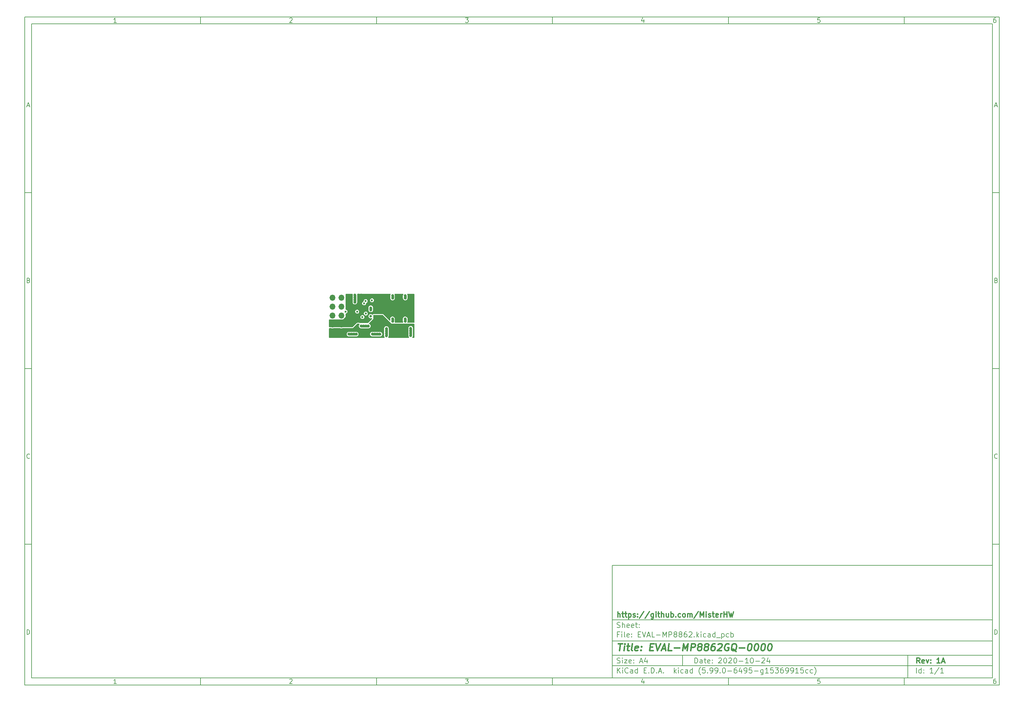
<source format=gbr>
G04 #@! TF.GenerationSoftware,KiCad,Pcbnew,(5.99.0-6495-g15369915cc)*
G04 #@! TF.CreationDate,2020-10-24T18:43:56+02:00*
G04 #@! TF.ProjectId,EVAL-MP8862,4556414c-2d4d-4503-9838-36322e6b6963,1A*
G04 #@! TF.SameCoordinates,Original*
G04 #@! TF.FileFunction,Copper,L3,Inr*
G04 #@! TF.FilePolarity,Positive*
%FSLAX46Y46*%
G04 Gerber Fmt 4.6, Leading zero omitted, Abs format (unit mm)*
G04 Created by KiCad (PCBNEW (5.99.0-6495-g15369915cc)) date 2020-10-24 18:43:56*
%MOMM*%
%LPD*%
G01*
G04 APERTURE LIST*
%ADD10C,0.100000*%
%ADD11C,0.150000*%
%ADD12C,0.300000*%
%ADD13C,0.400000*%
G04 #@! TA.AperFunction,ComponentPad*
%ADD14R,1.700000X1.700000*%
G04 #@! TD*
G04 #@! TA.AperFunction,ComponentPad*
%ADD15O,1.700000X1.700000*%
G04 #@! TD*
G04 #@! TA.AperFunction,ViaPad*
%ADD16C,0.700000*%
G04 #@! TD*
G04 #@! TA.AperFunction,ViaPad*
%ADD17C,0.800000*%
G04 #@! TD*
G04 #@! TA.AperFunction,ViaPad*
%ADD18C,0.600000*%
G04 #@! TD*
G04 #@! TA.AperFunction,Conductor*
%ADD19C,0.800000*%
G04 #@! TD*
G04 APERTURE END LIST*
D10*
D11*
X177002200Y-166007200D02*
X177002200Y-198007200D01*
X285002200Y-198007200D01*
X285002200Y-166007200D01*
X177002200Y-166007200D01*
D10*
D11*
X10000000Y-10000000D02*
X10000000Y-200007200D01*
X287002200Y-200007200D01*
X287002200Y-10000000D01*
X10000000Y-10000000D01*
D10*
D11*
X12000000Y-12000000D02*
X12000000Y-198007200D01*
X285002200Y-198007200D01*
X285002200Y-12000000D01*
X12000000Y-12000000D01*
D10*
D11*
X60000000Y-12000000D02*
X60000000Y-10000000D01*
D10*
D11*
X110000000Y-12000000D02*
X110000000Y-10000000D01*
D10*
D11*
X160000000Y-12000000D02*
X160000000Y-10000000D01*
D10*
D11*
X210000000Y-12000000D02*
X210000000Y-10000000D01*
D10*
D11*
X260000000Y-12000000D02*
X260000000Y-10000000D01*
D10*
D11*
X36065476Y-11588095D02*
X35322619Y-11588095D01*
X35694047Y-11588095D02*
X35694047Y-10288095D01*
X35570238Y-10473809D01*
X35446428Y-10597619D01*
X35322619Y-10659523D01*
D10*
D11*
X85322619Y-10411904D02*
X85384523Y-10350000D01*
X85508333Y-10288095D01*
X85817857Y-10288095D01*
X85941666Y-10350000D01*
X86003571Y-10411904D01*
X86065476Y-10535714D01*
X86065476Y-10659523D01*
X86003571Y-10845238D01*
X85260714Y-11588095D01*
X86065476Y-11588095D01*
D10*
D11*
X135260714Y-10288095D02*
X136065476Y-10288095D01*
X135632142Y-10783333D01*
X135817857Y-10783333D01*
X135941666Y-10845238D01*
X136003571Y-10907142D01*
X136065476Y-11030952D01*
X136065476Y-11340476D01*
X136003571Y-11464285D01*
X135941666Y-11526190D01*
X135817857Y-11588095D01*
X135446428Y-11588095D01*
X135322619Y-11526190D01*
X135260714Y-11464285D01*
D10*
D11*
X185941666Y-10721428D02*
X185941666Y-11588095D01*
X185632142Y-10226190D02*
X185322619Y-11154761D01*
X186127380Y-11154761D01*
D10*
D11*
X236003571Y-10288095D02*
X235384523Y-10288095D01*
X235322619Y-10907142D01*
X235384523Y-10845238D01*
X235508333Y-10783333D01*
X235817857Y-10783333D01*
X235941666Y-10845238D01*
X236003571Y-10907142D01*
X236065476Y-11030952D01*
X236065476Y-11340476D01*
X236003571Y-11464285D01*
X235941666Y-11526190D01*
X235817857Y-11588095D01*
X235508333Y-11588095D01*
X235384523Y-11526190D01*
X235322619Y-11464285D01*
D10*
D11*
X285941666Y-10288095D02*
X285694047Y-10288095D01*
X285570238Y-10350000D01*
X285508333Y-10411904D01*
X285384523Y-10597619D01*
X285322619Y-10845238D01*
X285322619Y-11340476D01*
X285384523Y-11464285D01*
X285446428Y-11526190D01*
X285570238Y-11588095D01*
X285817857Y-11588095D01*
X285941666Y-11526190D01*
X286003571Y-11464285D01*
X286065476Y-11340476D01*
X286065476Y-11030952D01*
X286003571Y-10907142D01*
X285941666Y-10845238D01*
X285817857Y-10783333D01*
X285570238Y-10783333D01*
X285446428Y-10845238D01*
X285384523Y-10907142D01*
X285322619Y-11030952D01*
D10*
D11*
X60000000Y-198007200D02*
X60000000Y-200007200D01*
D10*
D11*
X110000000Y-198007200D02*
X110000000Y-200007200D01*
D10*
D11*
X160000000Y-198007200D02*
X160000000Y-200007200D01*
D10*
D11*
X210000000Y-198007200D02*
X210000000Y-200007200D01*
D10*
D11*
X260000000Y-198007200D02*
X260000000Y-200007200D01*
D10*
D11*
X36065476Y-199595295D02*
X35322619Y-199595295D01*
X35694047Y-199595295D02*
X35694047Y-198295295D01*
X35570238Y-198481009D01*
X35446428Y-198604819D01*
X35322619Y-198666723D01*
D10*
D11*
X85322619Y-198419104D02*
X85384523Y-198357200D01*
X85508333Y-198295295D01*
X85817857Y-198295295D01*
X85941666Y-198357200D01*
X86003571Y-198419104D01*
X86065476Y-198542914D01*
X86065476Y-198666723D01*
X86003571Y-198852438D01*
X85260714Y-199595295D01*
X86065476Y-199595295D01*
D10*
D11*
X135260714Y-198295295D02*
X136065476Y-198295295D01*
X135632142Y-198790533D01*
X135817857Y-198790533D01*
X135941666Y-198852438D01*
X136003571Y-198914342D01*
X136065476Y-199038152D01*
X136065476Y-199347676D01*
X136003571Y-199471485D01*
X135941666Y-199533390D01*
X135817857Y-199595295D01*
X135446428Y-199595295D01*
X135322619Y-199533390D01*
X135260714Y-199471485D01*
D10*
D11*
X185941666Y-198728628D02*
X185941666Y-199595295D01*
X185632142Y-198233390D02*
X185322619Y-199161961D01*
X186127380Y-199161961D01*
D10*
D11*
X236003571Y-198295295D02*
X235384523Y-198295295D01*
X235322619Y-198914342D01*
X235384523Y-198852438D01*
X235508333Y-198790533D01*
X235817857Y-198790533D01*
X235941666Y-198852438D01*
X236003571Y-198914342D01*
X236065476Y-199038152D01*
X236065476Y-199347676D01*
X236003571Y-199471485D01*
X235941666Y-199533390D01*
X235817857Y-199595295D01*
X235508333Y-199595295D01*
X235384523Y-199533390D01*
X235322619Y-199471485D01*
D10*
D11*
X285941666Y-198295295D02*
X285694047Y-198295295D01*
X285570238Y-198357200D01*
X285508333Y-198419104D01*
X285384523Y-198604819D01*
X285322619Y-198852438D01*
X285322619Y-199347676D01*
X285384523Y-199471485D01*
X285446428Y-199533390D01*
X285570238Y-199595295D01*
X285817857Y-199595295D01*
X285941666Y-199533390D01*
X286003571Y-199471485D01*
X286065476Y-199347676D01*
X286065476Y-199038152D01*
X286003571Y-198914342D01*
X285941666Y-198852438D01*
X285817857Y-198790533D01*
X285570238Y-198790533D01*
X285446428Y-198852438D01*
X285384523Y-198914342D01*
X285322619Y-199038152D01*
D10*
D11*
X10000000Y-60000000D02*
X12000000Y-60000000D01*
D10*
D11*
X10000000Y-110000000D02*
X12000000Y-110000000D01*
D10*
D11*
X10000000Y-160000000D02*
X12000000Y-160000000D01*
D10*
D11*
X10690476Y-35216666D02*
X11309523Y-35216666D01*
X10566666Y-35588095D02*
X11000000Y-34288095D01*
X11433333Y-35588095D01*
D10*
D11*
X11092857Y-84907142D02*
X11278571Y-84969047D01*
X11340476Y-85030952D01*
X11402380Y-85154761D01*
X11402380Y-85340476D01*
X11340476Y-85464285D01*
X11278571Y-85526190D01*
X11154761Y-85588095D01*
X10659523Y-85588095D01*
X10659523Y-84288095D01*
X11092857Y-84288095D01*
X11216666Y-84350000D01*
X11278571Y-84411904D01*
X11340476Y-84535714D01*
X11340476Y-84659523D01*
X11278571Y-84783333D01*
X11216666Y-84845238D01*
X11092857Y-84907142D01*
X10659523Y-84907142D01*
D10*
D11*
X11402380Y-135464285D02*
X11340476Y-135526190D01*
X11154761Y-135588095D01*
X11030952Y-135588095D01*
X10845238Y-135526190D01*
X10721428Y-135402380D01*
X10659523Y-135278571D01*
X10597619Y-135030952D01*
X10597619Y-134845238D01*
X10659523Y-134597619D01*
X10721428Y-134473809D01*
X10845238Y-134350000D01*
X11030952Y-134288095D01*
X11154761Y-134288095D01*
X11340476Y-134350000D01*
X11402380Y-134411904D01*
D10*
D11*
X10659523Y-185588095D02*
X10659523Y-184288095D01*
X10969047Y-184288095D01*
X11154761Y-184350000D01*
X11278571Y-184473809D01*
X11340476Y-184597619D01*
X11402380Y-184845238D01*
X11402380Y-185030952D01*
X11340476Y-185278571D01*
X11278571Y-185402380D01*
X11154761Y-185526190D01*
X10969047Y-185588095D01*
X10659523Y-185588095D01*
D10*
D11*
X287002200Y-60000000D02*
X285002200Y-60000000D01*
D10*
D11*
X287002200Y-110000000D02*
X285002200Y-110000000D01*
D10*
D11*
X287002200Y-160000000D02*
X285002200Y-160000000D01*
D10*
D11*
X285692676Y-35216666D02*
X286311723Y-35216666D01*
X285568866Y-35588095D02*
X286002200Y-34288095D01*
X286435533Y-35588095D01*
D10*
D11*
X286095057Y-84907142D02*
X286280771Y-84969047D01*
X286342676Y-85030952D01*
X286404580Y-85154761D01*
X286404580Y-85340476D01*
X286342676Y-85464285D01*
X286280771Y-85526190D01*
X286156961Y-85588095D01*
X285661723Y-85588095D01*
X285661723Y-84288095D01*
X286095057Y-84288095D01*
X286218866Y-84350000D01*
X286280771Y-84411904D01*
X286342676Y-84535714D01*
X286342676Y-84659523D01*
X286280771Y-84783333D01*
X286218866Y-84845238D01*
X286095057Y-84907142D01*
X285661723Y-84907142D01*
D10*
D11*
X286404580Y-135464285D02*
X286342676Y-135526190D01*
X286156961Y-135588095D01*
X286033152Y-135588095D01*
X285847438Y-135526190D01*
X285723628Y-135402380D01*
X285661723Y-135278571D01*
X285599819Y-135030952D01*
X285599819Y-134845238D01*
X285661723Y-134597619D01*
X285723628Y-134473809D01*
X285847438Y-134350000D01*
X286033152Y-134288095D01*
X286156961Y-134288095D01*
X286342676Y-134350000D01*
X286404580Y-134411904D01*
D10*
D11*
X285661723Y-185588095D02*
X285661723Y-184288095D01*
X285971247Y-184288095D01*
X286156961Y-184350000D01*
X286280771Y-184473809D01*
X286342676Y-184597619D01*
X286404580Y-184845238D01*
X286404580Y-185030952D01*
X286342676Y-185278571D01*
X286280771Y-185402380D01*
X286156961Y-185526190D01*
X285971247Y-185588095D01*
X285661723Y-185588095D01*
D10*
D11*
X200434342Y-193785771D02*
X200434342Y-192285771D01*
X200791485Y-192285771D01*
X201005771Y-192357200D01*
X201148628Y-192500057D01*
X201220057Y-192642914D01*
X201291485Y-192928628D01*
X201291485Y-193142914D01*
X201220057Y-193428628D01*
X201148628Y-193571485D01*
X201005771Y-193714342D01*
X200791485Y-193785771D01*
X200434342Y-193785771D01*
X202577200Y-193785771D02*
X202577200Y-193000057D01*
X202505771Y-192857200D01*
X202362914Y-192785771D01*
X202077200Y-192785771D01*
X201934342Y-192857200D01*
X202577200Y-193714342D02*
X202434342Y-193785771D01*
X202077200Y-193785771D01*
X201934342Y-193714342D01*
X201862914Y-193571485D01*
X201862914Y-193428628D01*
X201934342Y-193285771D01*
X202077200Y-193214342D01*
X202434342Y-193214342D01*
X202577200Y-193142914D01*
X203077200Y-192785771D02*
X203648628Y-192785771D01*
X203291485Y-192285771D02*
X203291485Y-193571485D01*
X203362914Y-193714342D01*
X203505771Y-193785771D01*
X203648628Y-193785771D01*
X204720057Y-193714342D02*
X204577200Y-193785771D01*
X204291485Y-193785771D01*
X204148628Y-193714342D01*
X204077200Y-193571485D01*
X204077200Y-193000057D01*
X204148628Y-192857200D01*
X204291485Y-192785771D01*
X204577200Y-192785771D01*
X204720057Y-192857200D01*
X204791485Y-193000057D01*
X204791485Y-193142914D01*
X204077200Y-193285771D01*
X205434342Y-193642914D02*
X205505771Y-193714342D01*
X205434342Y-193785771D01*
X205362914Y-193714342D01*
X205434342Y-193642914D01*
X205434342Y-193785771D01*
X205434342Y-192857200D02*
X205505771Y-192928628D01*
X205434342Y-193000057D01*
X205362914Y-192928628D01*
X205434342Y-192857200D01*
X205434342Y-193000057D01*
X207220057Y-192428628D02*
X207291485Y-192357200D01*
X207434342Y-192285771D01*
X207791485Y-192285771D01*
X207934342Y-192357200D01*
X208005771Y-192428628D01*
X208077200Y-192571485D01*
X208077200Y-192714342D01*
X208005771Y-192928628D01*
X207148628Y-193785771D01*
X208077200Y-193785771D01*
X209005771Y-192285771D02*
X209148628Y-192285771D01*
X209291485Y-192357200D01*
X209362914Y-192428628D01*
X209434342Y-192571485D01*
X209505771Y-192857200D01*
X209505771Y-193214342D01*
X209434342Y-193500057D01*
X209362914Y-193642914D01*
X209291485Y-193714342D01*
X209148628Y-193785771D01*
X209005771Y-193785771D01*
X208862914Y-193714342D01*
X208791485Y-193642914D01*
X208720057Y-193500057D01*
X208648628Y-193214342D01*
X208648628Y-192857200D01*
X208720057Y-192571485D01*
X208791485Y-192428628D01*
X208862914Y-192357200D01*
X209005771Y-192285771D01*
X210077200Y-192428628D02*
X210148628Y-192357200D01*
X210291485Y-192285771D01*
X210648628Y-192285771D01*
X210791485Y-192357200D01*
X210862914Y-192428628D01*
X210934342Y-192571485D01*
X210934342Y-192714342D01*
X210862914Y-192928628D01*
X210005771Y-193785771D01*
X210934342Y-193785771D01*
X211862914Y-192285771D02*
X212005771Y-192285771D01*
X212148628Y-192357200D01*
X212220057Y-192428628D01*
X212291485Y-192571485D01*
X212362914Y-192857200D01*
X212362914Y-193214342D01*
X212291485Y-193500057D01*
X212220057Y-193642914D01*
X212148628Y-193714342D01*
X212005771Y-193785771D01*
X211862914Y-193785771D01*
X211720057Y-193714342D01*
X211648628Y-193642914D01*
X211577200Y-193500057D01*
X211505771Y-193214342D01*
X211505771Y-192857200D01*
X211577200Y-192571485D01*
X211648628Y-192428628D01*
X211720057Y-192357200D01*
X211862914Y-192285771D01*
X213005771Y-193214342D02*
X214148628Y-193214342D01*
X215648628Y-193785771D02*
X214791485Y-193785771D01*
X215220057Y-193785771D02*
X215220057Y-192285771D01*
X215077200Y-192500057D01*
X214934342Y-192642914D01*
X214791485Y-192714342D01*
X216577200Y-192285771D02*
X216720057Y-192285771D01*
X216862914Y-192357200D01*
X216934342Y-192428628D01*
X217005771Y-192571485D01*
X217077200Y-192857200D01*
X217077200Y-193214342D01*
X217005771Y-193500057D01*
X216934342Y-193642914D01*
X216862914Y-193714342D01*
X216720057Y-193785771D01*
X216577200Y-193785771D01*
X216434342Y-193714342D01*
X216362914Y-193642914D01*
X216291485Y-193500057D01*
X216220057Y-193214342D01*
X216220057Y-192857200D01*
X216291485Y-192571485D01*
X216362914Y-192428628D01*
X216434342Y-192357200D01*
X216577200Y-192285771D01*
X217720057Y-193214342D02*
X218862914Y-193214342D01*
X219505771Y-192428628D02*
X219577200Y-192357200D01*
X219720057Y-192285771D01*
X220077200Y-192285771D01*
X220220057Y-192357200D01*
X220291485Y-192428628D01*
X220362914Y-192571485D01*
X220362914Y-192714342D01*
X220291485Y-192928628D01*
X219434342Y-193785771D01*
X220362914Y-193785771D01*
X221648628Y-192785771D02*
X221648628Y-193785771D01*
X221291485Y-192214342D02*
X220934342Y-193285771D01*
X221862914Y-193285771D01*
D10*
D11*
X177002200Y-194507200D02*
X285002200Y-194507200D01*
D10*
D11*
X178434342Y-196585771D02*
X178434342Y-195085771D01*
X179291485Y-196585771D02*
X178648628Y-195728628D01*
X179291485Y-195085771D02*
X178434342Y-195942914D01*
X179934342Y-196585771D02*
X179934342Y-195585771D01*
X179934342Y-195085771D02*
X179862914Y-195157200D01*
X179934342Y-195228628D01*
X180005771Y-195157200D01*
X179934342Y-195085771D01*
X179934342Y-195228628D01*
X181505771Y-196442914D02*
X181434342Y-196514342D01*
X181220057Y-196585771D01*
X181077200Y-196585771D01*
X180862914Y-196514342D01*
X180720057Y-196371485D01*
X180648628Y-196228628D01*
X180577200Y-195942914D01*
X180577200Y-195728628D01*
X180648628Y-195442914D01*
X180720057Y-195300057D01*
X180862914Y-195157200D01*
X181077200Y-195085771D01*
X181220057Y-195085771D01*
X181434342Y-195157200D01*
X181505771Y-195228628D01*
X182791485Y-196585771D02*
X182791485Y-195800057D01*
X182720057Y-195657200D01*
X182577200Y-195585771D01*
X182291485Y-195585771D01*
X182148628Y-195657200D01*
X182791485Y-196514342D02*
X182648628Y-196585771D01*
X182291485Y-196585771D01*
X182148628Y-196514342D01*
X182077200Y-196371485D01*
X182077200Y-196228628D01*
X182148628Y-196085771D01*
X182291485Y-196014342D01*
X182648628Y-196014342D01*
X182791485Y-195942914D01*
X184148628Y-196585771D02*
X184148628Y-195085771D01*
X184148628Y-196514342D02*
X184005771Y-196585771D01*
X183720057Y-196585771D01*
X183577200Y-196514342D01*
X183505771Y-196442914D01*
X183434342Y-196300057D01*
X183434342Y-195871485D01*
X183505771Y-195728628D01*
X183577200Y-195657200D01*
X183720057Y-195585771D01*
X184005771Y-195585771D01*
X184148628Y-195657200D01*
X186005771Y-195800057D02*
X186505771Y-195800057D01*
X186720057Y-196585771D02*
X186005771Y-196585771D01*
X186005771Y-195085771D01*
X186720057Y-195085771D01*
X187362914Y-196442914D02*
X187434342Y-196514342D01*
X187362914Y-196585771D01*
X187291485Y-196514342D01*
X187362914Y-196442914D01*
X187362914Y-196585771D01*
X188077200Y-196585771D02*
X188077200Y-195085771D01*
X188434342Y-195085771D01*
X188648628Y-195157200D01*
X188791485Y-195300057D01*
X188862914Y-195442914D01*
X188934342Y-195728628D01*
X188934342Y-195942914D01*
X188862914Y-196228628D01*
X188791485Y-196371485D01*
X188648628Y-196514342D01*
X188434342Y-196585771D01*
X188077200Y-196585771D01*
X189577200Y-196442914D02*
X189648628Y-196514342D01*
X189577200Y-196585771D01*
X189505771Y-196514342D01*
X189577200Y-196442914D01*
X189577200Y-196585771D01*
X190220057Y-196157200D02*
X190934342Y-196157200D01*
X190077200Y-196585771D02*
X190577200Y-195085771D01*
X191077200Y-196585771D01*
X191577200Y-196442914D02*
X191648628Y-196514342D01*
X191577200Y-196585771D01*
X191505771Y-196514342D01*
X191577200Y-196442914D01*
X191577200Y-196585771D01*
X194577200Y-196585771D02*
X194577200Y-195085771D01*
X194720057Y-196014342D02*
X195148628Y-196585771D01*
X195148628Y-195585771D02*
X194577200Y-196157200D01*
X195791485Y-196585771D02*
X195791485Y-195585771D01*
X195791485Y-195085771D02*
X195720057Y-195157200D01*
X195791485Y-195228628D01*
X195862914Y-195157200D01*
X195791485Y-195085771D01*
X195791485Y-195228628D01*
X197148628Y-196514342D02*
X197005771Y-196585771D01*
X196720057Y-196585771D01*
X196577200Y-196514342D01*
X196505771Y-196442914D01*
X196434342Y-196300057D01*
X196434342Y-195871485D01*
X196505771Y-195728628D01*
X196577200Y-195657200D01*
X196720057Y-195585771D01*
X197005771Y-195585771D01*
X197148628Y-195657200D01*
X198434342Y-196585771D02*
X198434342Y-195800057D01*
X198362914Y-195657200D01*
X198220057Y-195585771D01*
X197934342Y-195585771D01*
X197791485Y-195657200D01*
X198434342Y-196514342D02*
X198291485Y-196585771D01*
X197934342Y-196585771D01*
X197791485Y-196514342D01*
X197720057Y-196371485D01*
X197720057Y-196228628D01*
X197791485Y-196085771D01*
X197934342Y-196014342D01*
X198291485Y-196014342D01*
X198434342Y-195942914D01*
X199791485Y-196585771D02*
X199791485Y-195085771D01*
X199791485Y-196514342D02*
X199648628Y-196585771D01*
X199362914Y-196585771D01*
X199220057Y-196514342D01*
X199148628Y-196442914D01*
X199077200Y-196300057D01*
X199077200Y-195871485D01*
X199148628Y-195728628D01*
X199220057Y-195657200D01*
X199362914Y-195585771D01*
X199648628Y-195585771D01*
X199791485Y-195657200D01*
X202077200Y-197157200D02*
X202005771Y-197085771D01*
X201862914Y-196871485D01*
X201791485Y-196728628D01*
X201720057Y-196514342D01*
X201648628Y-196157200D01*
X201648628Y-195871485D01*
X201720057Y-195514342D01*
X201791485Y-195300057D01*
X201862914Y-195157200D01*
X202005771Y-194942914D01*
X202077200Y-194871485D01*
X203362914Y-195085771D02*
X202648628Y-195085771D01*
X202577200Y-195800057D01*
X202648628Y-195728628D01*
X202791485Y-195657200D01*
X203148628Y-195657200D01*
X203291485Y-195728628D01*
X203362914Y-195800057D01*
X203434342Y-195942914D01*
X203434342Y-196300057D01*
X203362914Y-196442914D01*
X203291485Y-196514342D01*
X203148628Y-196585771D01*
X202791485Y-196585771D01*
X202648628Y-196514342D01*
X202577200Y-196442914D01*
X204077200Y-196442914D02*
X204148628Y-196514342D01*
X204077200Y-196585771D01*
X204005771Y-196514342D01*
X204077200Y-196442914D01*
X204077200Y-196585771D01*
X204862914Y-196585771D02*
X205148628Y-196585771D01*
X205291485Y-196514342D01*
X205362914Y-196442914D01*
X205505771Y-196228628D01*
X205577200Y-195942914D01*
X205577200Y-195371485D01*
X205505771Y-195228628D01*
X205434342Y-195157200D01*
X205291485Y-195085771D01*
X205005771Y-195085771D01*
X204862914Y-195157200D01*
X204791485Y-195228628D01*
X204720057Y-195371485D01*
X204720057Y-195728628D01*
X204791485Y-195871485D01*
X204862914Y-195942914D01*
X205005771Y-196014342D01*
X205291485Y-196014342D01*
X205434342Y-195942914D01*
X205505771Y-195871485D01*
X205577200Y-195728628D01*
X206291485Y-196585771D02*
X206577200Y-196585771D01*
X206720057Y-196514342D01*
X206791485Y-196442914D01*
X206934342Y-196228628D01*
X207005771Y-195942914D01*
X207005771Y-195371485D01*
X206934342Y-195228628D01*
X206862914Y-195157200D01*
X206720057Y-195085771D01*
X206434342Y-195085771D01*
X206291485Y-195157200D01*
X206220057Y-195228628D01*
X206148628Y-195371485D01*
X206148628Y-195728628D01*
X206220057Y-195871485D01*
X206291485Y-195942914D01*
X206434342Y-196014342D01*
X206720057Y-196014342D01*
X206862914Y-195942914D01*
X206934342Y-195871485D01*
X207005771Y-195728628D01*
X207648628Y-196442914D02*
X207720057Y-196514342D01*
X207648628Y-196585771D01*
X207577200Y-196514342D01*
X207648628Y-196442914D01*
X207648628Y-196585771D01*
X208648628Y-195085771D02*
X208791485Y-195085771D01*
X208934342Y-195157200D01*
X209005771Y-195228628D01*
X209077200Y-195371485D01*
X209148628Y-195657200D01*
X209148628Y-196014342D01*
X209077200Y-196300057D01*
X209005771Y-196442914D01*
X208934342Y-196514342D01*
X208791485Y-196585771D01*
X208648628Y-196585771D01*
X208505771Y-196514342D01*
X208434342Y-196442914D01*
X208362914Y-196300057D01*
X208291485Y-196014342D01*
X208291485Y-195657200D01*
X208362914Y-195371485D01*
X208434342Y-195228628D01*
X208505771Y-195157200D01*
X208648628Y-195085771D01*
X209791485Y-196014342D02*
X210934342Y-196014342D01*
X212291485Y-195085771D02*
X212005771Y-195085771D01*
X211862914Y-195157200D01*
X211791485Y-195228628D01*
X211648628Y-195442914D01*
X211577200Y-195728628D01*
X211577200Y-196300057D01*
X211648628Y-196442914D01*
X211720057Y-196514342D01*
X211862914Y-196585771D01*
X212148628Y-196585771D01*
X212291485Y-196514342D01*
X212362914Y-196442914D01*
X212434342Y-196300057D01*
X212434342Y-195942914D01*
X212362914Y-195800057D01*
X212291485Y-195728628D01*
X212148628Y-195657200D01*
X211862914Y-195657200D01*
X211720057Y-195728628D01*
X211648628Y-195800057D01*
X211577200Y-195942914D01*
X213720057Y-195585771D02*
X213720057Y-196585771D01*
X213362914Y-195014342D02*
X213005771Y-196085771D01*
X213934342Y-196085771D01*
X214577200Y-196585771D02*
X214862914Y-196585771D01*
X215005771Y-196514342D01*
X215077200Y-196442914D01*
X215220057Y-196228628D01*
X215291485Y-195942914D01*
X215291485Y-195371485D01*
X215220057Y-195228628D01*
X215148628Y-195157200D01*
X215005771Y-195085771D01*
X214720057Y-195085771D01*
X214577200Y-195157200D01*
X214505771Y-195228628D01*
X214434342Y-195371485D01*
X214434342Y-195728628D01*
X214505771Y-195871485D01*
X214577200Y-195942914D01*
X214720057Y-196014342D01*
X215005771Y-196014342D01*
X215148628Y-195942914D01*
X215220057Y-195871485D01*
X215291485Y-195728628D01*
X216648628Y-195085771D02*
X215934342Y-195085771D01*
X215862914Y-195800057D01*
X215934342Y-195728628D01*
X216077200Y-195657200D01*
X216434342Y-195657200D01*
X216577200Y-195728628D01*
X216648628Y-195800057D01*
X216720057Y-195942914D01*
X216720057Y-196300057D01*
X216648628Y-196442914D01*
X216577200Y-196514342D01*
X216434342Y-196585771D01*
X216077200Y-196585771D01*
X215934342Y-196514342D01*
X215862914Y-196442914D01*
X217362914Y-196014342D02*
X218505771Y-196014342D01*
X219862914Y-195585771D02*
X219862914Y-196800057D01*
X219791485Y-196942914D01*
X219720057Y-197014342D01*
X219577200Y-197085771D01*
X219362914Y-197085771D01*
X219220057Y-197014342D01*
X219862914Y-196514342D02*
X219720057Y-196585771D01*
X219434342Y-196585771D01*
X219291485Y-196514342D01*
X219220057Y-196442914D01*
X219148628Y-196300057D01*
X219148628Y-195871485D01*
X219220057Y-195728628D01*
X219291485Y-195657200D01*
X219434342Y-195585771D01*
X219720057Y-195585771D01*
X219862914Y-195657200D01*
X221362914Y-196585771D02*
X220505771Y-196585771D01*
X220934342Y-196585771D02*
X220934342Y-195085771D01*
X220791485Y-195300057D01*
X220648628Y-195442914D01*
X220505771Y-195514342D01*
X222720057Y-195085771D02*
X222005771Y-195085771D01*
X221934342Y-195800057D01*
X222005771Y-195728628D01*
X222148628Y-195657200D01*
X222505771Y-195657200D01*
X222648628Y-195728628D01*
X222720057Y-195800057D01*
X222791485Y-195942914D01*
X222791485Y-196300057D01*
X222720057Y-196442914D01*
X222648628Y-196514342D01*
X222505771Y-196585771D01*
X222148628Y-196585771D01*
X222005771Y-196514342D01*
X221934342Y-196442914D01*
X223291485Y-195085771D02*
X224220057Y-195085771D01*
X223720057Y-195657200D01*
X223934342Y-195657200D01*
X224077200Y-195728628D01*
X224148628Y-195800057D01*
X224220057Y-195942914D01*
X224220057Y-196300057D01*
X224148628Y-196442914D01*
X224077200Y-196514342D01*
X223934342Y-196585771D01*
X223505771Y-196585771D01*
X223362914Y-196514342D01*
X223291485Y-196442914D01*
X225505771Y-195085771D02*
X225220057Y-195085771D01*
X225077200Y-195157200D01*
X225005771Y-195228628D01*
X224862914Y-195442914D01*
X224791485Y-195728628D01*
X224791485Y-196300057D01*
X224862914Y-196442914D01*
X224934342Y-196514342D01*
X225077200Y-196585771D01*
X225362914Y-196585771D01*
X225505771Y-196514342D01*
X225577200Y-196442914D01*
X225648628Y-196300057D01*
X225648628Y-195942914D01*
X225577200Y-195800057D01*
X225505771Y-195728628D01*
X225362914Y-195657200D01*
X225077200Y-195657200D01*
X224934342Y-195728628D01*
X224862914Y-195800057D01*
X224791485Y-195942914D01*
X226362914Y-196585771D02*
X226648628Y-196585771D01*
X226791485Y-196514342D01*
X226862914Y-196442914D01*
X227005771Y-196228628D01*
X227077199Y-195942914D01*
X227077199Y-195371485D01*
X227005771Y-195228628D01*
X226934342Y-195157200D01*
X226791485Y-195085771D01*
X226505771Y-195085771D01*
X226362914Y-195157200D01*
X226291485Y-195228628D01*
X226220057Y-195371485D01*
X226220057Y-195728628D01*
X226291485Y-195871485D01*
X226362914Y-195942914D01*
X226505771Y-196014342D01*
X226791485Y-196014342D01*
X226934342Y-195942914D01*
X227005771Y-195871485D01*
X227077199Y-195728628D01*
X227791485Y-196585771D02*
X228077199Y-196585771D01*
X228220057Y-196514342D01*
X228291485Y-196442914D01*
X228434342Y-196228628D01*
X228505771Y-195942914D01*
X228505771Y-195371485D01*
X228434342Y-195228628D01*
X228362914Y-195157200D01*
X228220057Y-195085771D01*
X227934342Y-195085771D01*
X227791485Y-195157200D01*
X227720057Y-195228628D01*
X227648628Y-195371485D01*
X227648628Y-195728628D01*
X227720057Y-195871485D01*
X227791485Y-195942914D01*
X227934342Y-196014342D01*
X228220057Y-196014342D01*
X228362914Y-195942914D01*
X228434342Y-195871485D01*
X228505771Y-195728628D01*
X229934342Y-196585771D02*
X229077199Y-196585771D01*
X229505771Y-196585771D02*
X229505771Y-195085771D01*
X229362914Y-195300057D01*
X229220057Y-195442914D01*
X229077199Y-195514342D01*
X231291485Y-195085771D02*
X230577199Y-195085771D01*
X230505771Y-195800057D01*
X230577199Y-195728628D01*
X230720057Y-195657200D01*
X231077199Y-195657200D01*
X231220057Y-195728628D01*
X231291485Y-195800057D01*
X231362914Y-195942914D01*
X231362914Y-196300057D01*
X231291485Y-196442914D01*
X231220057Y-196514342D01*
X231077199Y-196585771D01*
X230720057Y-196585771D01*
X230577199Y-196514342D01*
X230505771Y-196442914D01*
X232648628Y-196514342D02*
X232505771Y-196585771D01*
X232220057Y-196585771D01*
X232077199Y-196514342D01*
X232005771Y-196442914D01*
X231934342Y-196300057D01*
X231934342Y-195871485D01*
X232005771Y-195728628D01*
X232077199Y-195657200D01*
X232220057Y-195585771D01*
X232505771Y-195585771D01*
X232648628Y-195657200D01*
X233934342Y-196514342D02*
X233791485Y-196585771D01*
X233505771Y-196585771D01*
X233362914Y-196514342D01*
X233291485Y-196442914D01*
X233220057Y-196300057D01*
X233220057Y-195871485D01*
X233291485Y-195728628D01*
X233362914Y-195657200D01*
X233505771Y-195585771D01*
X233791485Y-195585771D01*
X233934342Y-195657200D01*
X234434342Y-197157200D02*
X234505771Y-197085771D01*
X234648628Y-196871485D01*
X234720057Y-196728628D01*
X234791485Y-196514342D01*
X234862914Y-196157200D01*
X234862914Y-195871485D01*
X234791485Y-195514342D01*
X234720057Y-195300057D01*
X234648628Y-195157200D01*
X234505771Y-194942914D01*
X234434342Y-194871485D01*
D10*
D11*
X177002200Y-191507200D02*
X285002200Y-191507200D01*
D10*
D12*
X264411485Y-193785771D02*
X263911485Y-193071485D01*
X263554342Y-193785771D02*
X263554342Y-192285771D01*
X264125771Y-192285771D01*
X264268628Y-192357200D01*
X264340057Y-192428628D01*
X264411485Y-192571485D01*
X264411485Y-192785771D01*
X264340057Y-192928628D01*
X264268628Y-193000057D01*
X264125771Y-193071485D01*
X263554342Y-193071485D01*
X265625771Y-193714342D02*
X265482914Y-193785771D01*
X265197200Y-193785771D01*
X265054342Y-193714342D01*
X264982914Y-193571485D01*
X264982914Y-193000057D01*
X265054342Y-192857200D01*
X265197200Y-192785771D01*
X265482914Y-192785771D01*
X265625771Y-192857200D01*
X265697200Y-193000057D01*
X265697200Y-193142914D01*
X264982914Y-193285771D01*
X266197200Y-192785771D02*
X266554342Y-193785771D01*
X266911485Y-192785771D01*
X267482914Y-193642914D02*
X267554342Y-193714342D01*
X267482914Y-193785771D01*
X267411485Y-193714342D01*
X267482914Y-193642914D01*
X267482914Y-193785771D01*
X267482914Y-192857200D02*
X267554342Y-192928628D01*
X267482914Y-193000057D01*
X267411485Y-192928628D01*
X267482914Y-192857200D01*
X267482914Y-193000057D01*
X270125771Y-193785771D02*
X269268628Y-193785771D01*
X269697200Y-193785771D02*
X269697200Y-192285771D01*
X269554342Y-192500057D01*
X269411485Y-192642914D01*
X269268628Y-192714342D01*
X270697200Y-193357200D02*
X271411485Y-193357200D01*
X270554342Y-193785771D02*
X271054342Y-192285771D01*
X271554342Y-193785771D01*
D10*
D11*
X178362914Y-193714342D02*
X178577200Y-193785771D01*
X178934342Y-193785771D01*
X179077200Y-193714342D01*
X179148628Y-193642914D01*
X179220057Y-193500057D01*
X179220057Y-193357200D01*
X179148628Y-193214342D01*
X179077200Y-193142914D01*
X178934342Y-193071485D01*
X178648628Y-193000057D01*
X178505771Y-192928628D01*
X178434342Y-192857200D01*
X178362914Y-192714342D01*
X178362914Y-192571485D01*
X178434342Y-192428628D01*
X178505771Y-192357200D01*
X178648628Y-192285771D01*
X179005771Y-192285771D01*
X179220057Y-192357200D01*
X179862914Y-193785771D02*
X179862914Y-192785771D01*
X179862914Y-192285771D02*
X179791485Y-192357200D01*
X179862914Y-192428628D01*
X179934342Y-192357200D01*
X179862914Y-192285771D01*
X179862914Y-192428628D01*
X180434342Y-192785771D02*
X181220057Y-192785771D01*
X180434342Y-193785771D01*
X181220057Y-193785771D01*
X182362914Y-193714342D02*
X182220057Y-193785771D01*
X181934342Y-193785771D01*
X181791485Y-193714342D01*
X181720057Y-193571485D01*
X181720057Y-193000057D01*
X181791485Y-192857200D01*
X181934342Y-192785771D01*
X182220057Y-192785771D01*
X182362914Y-192857200D01*
X182434342Y-193000057D01*
X182434342Y-193142914D01*
X181720057Y-193285771D01*
X183077200Y-193642914D02*
X183148628Y-193714342D01*
X183077200Y-193785771D01*
X183005771Y-193714342D01*
X183077200Y-193642914D01*
X183077200Y-193785771D01*
X183077200Y-192857200D02*
X183148628Y-192928628D01*
X183077200Y-193000057D01*
X183005771Y-192928628D01*
X183077200Y-192857200D01*
X183077200Y-193000057D01*
X184862914Y-193357200D02*
X185577200Y-193357200D01*
X184720057Y-193785771D02*
X185220057Y-192285771D01*
X185720057Y-193785771D01*
X186862914Y-192785771D02*
X186862914Y-193785771D01*
X186505771Y-192214342D02*
X186148628Y-193285771D01*
X187077200Y-193285771D01*
D10*
D11*
X263434342Y-196585771D02*
X263434342Y-195085771D01*
X264791485Y-196585771D02*
X264791485Y-195085771D01*
X264791485Y-196514342D02*
X264648628Y-196585771D01*
X264362914Y-196585771D01*
X264220057Y-196514342D01*
X264148628Y-196442914D01*
X264077200Y-196300057D01*
X264077200Y-195871485D01*
X264148628Y-195728628D01*
X264220057Y-195657200D01*
X264362914Y-195585771D01*
X264648628Y-195585771D01*
X264791485Y-195657200D01*
X265505771Y-196442914D02*
X265577200Y-196514342D01*
X265505771Y-196585771D01*
X265434342Y-196514342D01*
X265505771Y-196442914D01*
X265505771Y-196585771D01*
X265505771Y-195657200D02*
X265577200Y-195728628D01*
X265505771Y-195800057D01*
X265434342Y-195728628D01*
X265505771Y-195657200D01*
X265505771Y-195800057D01*
X268148628Y-196585771D02*
X267291485Y-196585771D01*
X267720057Y-196585771D02*
X267720057Y-195085771D01*
X267577200Y-195300057D01*
X267434342Y-195442914D01*
X267291485Y-195514342D01*
X269862914Y-195014342D02*
X268577200Y-196942914D01*
X271148628Y-196585771D02*
X270291485Y-196585771D01*
X270720057Y-196585771D02*
X270720057Y-195085771D01*
X270577200Y-195300057D01*
X270434342Y-195442914D01*
X270291485Y-195514342D01*
D10*
D11*
X177002200Y-187507200D02*
X285002200Y-187507200D01*
D10*
D13*
X178714580Y-188211961D02*
X179857438Y-188211961D01*
X179036009Y-190211961D02*
X179286009Y-188211961D01*
X180274104Y-190211961D02*
X180440771Y-188878628D01*
X180524104Y-188211961D02*
X180416961Y-188307200D01*
X180500295Y-188402438D01*
X180607438Y-188307200D01*
X180524104Y-188211961D01*
X180500295Y-188402438D01*
X181107438Y-188878628D02*
X181869342Y-188878628D01*
X181476485Y-188211961D02*
X181262200Y-189926247D01*
X181333628Y-190116723D01*
X181512200Y-190211961D01*
X181702676Y-190211961D01*
X182655057Y-190211961D02*
X182476485Y-190116723D01*
X182405057Y-189926247D01*
X182619342Y-188211961D01*
X184190771Y-190116723D02*
X183988390Y-190211961D01*
X183607438Y-190211961D01*
X183428866Y-190116723D01*
X183357438Y-189926247D01*
X183452676Y-189164342D01*
X183571723Y-188973866D01*
X183774104Y-188878628D01*
X184155057Y-188878628D01*
X184333628Y-188973866D01*
X184405057Y-189164342D01*
X184381247Y-189354819D01*
X183405057Y-189545295D01*
X185155057Y-190021485D02*
X185238390Y-190116723D01*
X185131247Y-190211961D01*
X185047914Y-190116723D01*
X185155057Y-190021485D01*
X185131247Y-190211961D01*
X185286009Y-188973866D02*
X185369342Y-189069104D01*
X185262200Y-189164342D01*
X185178866Y-189069104D01*
X185286009Y-188973866D01*
X185262200Y-189164342D01*
X187738390Y-189164342D02*
X188405057Y-189164342D01*
X188559819Y-190211961D02*
X187607438Y-190211961D01*
X187857438Y-188211961D01*
X188809819Y-188211961D01*
X189381247Y-188211961D02*
X189797914Y-190211961D01*
X190714580Y-188211961D01*
X191107438Y-189640533D02*
X192059819Y-189640533D01*
X190845533Y-190211961D02*
X191762200Y-188211961D01*
X192178866Y-190211961D01*
X193797914Y-190211961D02*
X192845533Y-190211961D01*
X193095533Y-188211961D01*
X194559819Y-189450057D02*
X196083628Y-189450057D01*
X196940771Y-190211961D02*
X197190771Y-188211961D01*
X197678866Y-189640533D01*
X198524104Y-188211961D01*
X198274104Y-190211961D01*
X199226485Y-190211961D02*
X199476485Y-188211961D01*
X200238390Y-188211961D01*
X200416961Y-188307200D01*
X200500295Y-188402438D01*
X200571723Y-188592914D01*
X200536009Y-188878628D01*
X200416961Y-189069104D01*
X200309819Y-189164342D01*
X200107438Y-189259580D01*
X199345533Y-189259580D01*
X201655057Y-189069104D02*
X201476485Y-188973866D01*
X201393152Y-188878628D01*
X201321723Y-188688152D01*
X201333628Y-188592914D01*
X201452676Y-188402438D01*
X201559819Y-188307200D01*
X201762200Y-188211961D01*
X202143152Y-188211961D01*
X202321723Y-188307200D01*
X202405057Y-188402438D01*
X202476485Y-188592914D01*
X202464580Y-188688152D01*
X202345533Y-188878628D01*
X202238390Y-188973866D01*
X202036009Y-189069104D01*
X201655057Y-189069104D01*
X201452676Y-189164342D01*
X201345533Y-189259580D01*
X201226485Y-189450057D01*
X201178866Y-189831009D01*
X201250295Y-190021485D01*
X201333628Y-190116723D01*
X201512200Y-190211961D01*
X201893152Y-190211961D01*
X202095533Y-190116723D01*
X202202676Y-190021485D01*
X202321723Y-189831009D01*
X202369342Y-189450057D01*
X202297914Y-189259580D01*
X202214580Y-189164342D01*
X202036009Y-189069104D01*
X203559819Y-189069104D02*
X203381247Y-188973866D01*
X203297914Y-188878628D01*
X203226485Y-188688152D01*
X203238390Y-188592914D01*
X203357438Y-188402438D01*
X203464580Y-188307200D01*
X203666961Y-188211961D01*
X204047914Y-188211961D01*
X204226485Y-188307200D01*
X204309819Y-188402438D01*
X204381247Y-188592914D01*
X204369342Y-188688152D01*
X204250295Y-188878628D01*
X204143152Y-188973866D01*
X203940771Y-189069104D01*
X203559819Y-189069104D01*
X203357438Y-189164342D01*
X203250295Y-189259580D01*
X203131247Y-189450057D01*
X203083628Y-189831009D01*
X203155057Y-190021485D01*
X203238390Y-190116723D01*
X203416961Y-190211961D01*
X203797914Y-190211961D01*
X204000295Y-190116723D01*
X204107438Y-190021485D01*
X204226485Y-189831009D01*
X204274104Y-189450057D01*
X204202676Y-189259580D01*
X204119342Y-189164342D01*
X203940771Y-189069104D01*
X206143152Y-188211961D02*
X205762200Y-188211961D01*
X205559819Y-188307200D01*
X205452676Y-188402438D01*
X205226485Y-188688152D01*
X205083628Y-189069104D01*
X204988390Y-189831009D01*
X205059819Y-190021485D01*
X205143152Y-190116723D01*
X205321723Y-190211961D01*
X205702676Y-190211961D01*
X205905057Y-190116723D01*
X206012200Y-190021485D01*
X206131247Y-189831009D01*
X206190771Y-189354819D01*
X206119342Y-189164342D01*
X206036009Y-189069104D01*
X205857438Y-188973866D01*
X205476485Y-188973866D01*
X205274104Y-189069104D01*
X205166961Y-189164342D01*
X205047914Y-189354819D01*
X207071723Y-188402438D02*
X207178866Y-188307200D01*
X207381247Y-188211961D01*
X207857438Y-188211961D01*
X208036009Y-188307200D01*
X208119342Y-188402438D01*
X208190771Y-188592914D01*
X208166961Y-188783390D01*
X208036009Y-189069104D01*
X206750295Y-190211961D01*
X207988390Y-190211961D01*
X210131247Y-188307200D02*
X209952676Y-188211961D01*
X209666961Y-188211961D01*
X209369342Y-188307200D01*
X209155057Y-188497676D01*
X209036009Y-188688152D01*
X208893152Y-189069104D01*
X208857438Y-189354819D01*
X208905057Y-189735771D01*
X208976485Y-189926247D01*
X209143152Y-190116723D01*
X209416961Y-190211961D01*
X209607438Y-190211961D01*
X209905057Y-190116723D01*
X210012200Y-190021485D01*
X210095533Y-189354819D01*
X209714580Y-189354819D01*
X212155057Y-190402438D02*
X211976485Y-190307200D01*
X211809819Y-190116723D01*
X211559819Y-189831009D01*
X211381247Y-189735771D01*
X211190771Y-189735771D01*
X211226485Y-190211961D02*
X211047914Y-190116723D01*
X210881247Y-189926247D01*
X210833628Y-189545295D01*
X210916961Y-188878628D01*
X211059819Y-188497676D01*
X211274104Y-188307200D01*
X211476485Y-188211961D01*
X211857438Y-188211961D01*
X212036009Y-188307200D01*
X212202676Y-188497676D01*
X212250295Y-188878628D01*
X212166961Y-189545295D01*
X212024104Y-189926247D01*
X211809819Y-190116723D01*
X211607438Y-190211961D01*
X211226485Y-190211961D01*
X213036009Y-189450057D02*
X214559819Y-189450057D01*
X216047914Y-188211961D02*
X216238390Y-188211961D01*
X216416961Y-188307200D01*
X216500295Y-188402438D01*
X216571723Y-188592914D01*
X216619342Y-188973866D01*
X216559819Y-189450057D01*
X216416961Y-189831009D01*
X216297914Y-190021485D01*
X216190771Y-190116723D01*
X215988390Y-190211961D01*
X215797914Y-190211961D01*
X215619342Y-190116723D01*
X215536009Y-190021485D01*
X215464580Y-189831009D01*
X215416961Y-189450057D01*
X215476485Y-188973866D01*
X215619342Y-188592914D01*
X215738390Y-188402438D01*
X215845533Y-188307200D01*
X216047914Y-188211961D01*
X217952676Y-188211961D02*
X218143152Y-188211961D01*
X218321723Y-188307200D01*
X218405057Y-188402438D01*
X218476485Y-188592914D01*
X218524104Y-188973866D01*
X218464580Y-189450057D01*
X218321723Y-189831009D01*
X218202676Y-190021485D01*
X218095533Y-190116723D01*
X217893152Y-190211961D01*
X217702676Y-190211961D01*
X217524104Y-190116723D01*
X217440771Y-190021485D01*
X217369342Y-189831009D01*
X217321723Y-189450057D01*
X217381247Y-188973866D01*
X217524104Y-188592914D01*
X217643152Y-188402438D01*
X217750295Y-188307200D01*
X217952676Y-188211961D01*
X219857438Y-188211961D02*
X220047914Y-188211961D01*
X220226485Y-188307200D01*
X220309819Y-188402438D01*
X220381247Y-188592914D01*
X220428866Y-188973866D01*
X220369342Y-189450057D01*
X220226485Y-189831009D01*
X220107438Y-190021485D01*
X220000295Y-190116723D01*
X219797914Y-190211961D01*
X219607438Y-190211961D01*
X219428866Y-190116723D01*
X219345533Y-190021485D01*
X219274104Y-189831009D01*
X219226485Y-189450057D01*
X219286009Y-188973866D01*
X219428866Y-188592914D01*
X219547914Y-188402438D01*
X219655057Y-188307200D01*
X219857438Y-188211961D01*
X221762200Y-188211961D02*
X221952676Y-188211961D01*
X222131247Y-188307200D01*
X222214580Y-188402438D01*
X222286009Y-188592914D01*
X222333628Y-188973866D01*
X222274104Y-189450057D01*
X222131247Y-189831009D01*
X222012200Y-190021485D01*
X221905057Y-190116723D01*
X221702676Y-190211961D01*
X221512200Y-190211961D01*
X221333628Y-190116723D01*
X221250295Y-190021485D01*
X221178866Y-189831009D01*
X221131247Y-189450057D01*
X221190771Y-188973866D01*
X221333628Y-188592914D01*
X221452676Y-188402438D01*
X221559819Y-188307200D01*
X221762200Y-188211961D01*
D10*
D11*
X178934342Y-185600057D02*
X178434342Y-185600057D01*
X178434342Y-186385771D02*
X178434342Y-184885771D01*
X179148628Y-184885771D01*
X179720057Y-186385771D02*
X179720057Y-185385771D01*
X179720057Y-184885771D02*
X179648628Y-184957200D01*
X179720057Y-185028628D01*
X179791485Y-184957200D01*
X179720057Y-184885771D01*
X179720057Y-185028628D01*
X180648628Y-186385771D02*
X180505771Y-186314342D01*
X180434342Y-186171485D01*
X180434342Y-184885771D01*
X181791485Y-186314342D02*
X181648628Y-186385771D01*
X181362914Y-186385771D01*
X181220057Y-186314342D01*
X181148628Y-186171485D01*
X181148628Y-185600057D01*
X181220057Y-185457200D01*
X181362914Y-185385771D01*
X181648628Y-185385771D01*
X181791485Y-185457200D01*
X181862914Y-185600057D01*
X181862914Y-185742914D01*
X181148628Y-185885771D01*
X182505771Y-186242914D02*
X182577200Y-186314342D01*
X182505771Y-186385771D01*
X182434342Y-186314342D01*
X182505771Y-186242914D01*
X182505771Y-186385771D01*
X182505771Y-185457200D02*
X182577200Y-185528628D01*
X182505771Y-185600057D01*
X182434342Y-185528628D01*
X182505771Y-185457200D01*
X182505771Y-185600057D01*
X184362914Y-185600057D02*
X184862914Y-185600057D01*
X185077200Y-186385771D02*
X184362914Y-186385771D01*
X184362914Y-184885771D01*
X185077200Y-184885771D01*
X185505771Y-184885771D02*
X186005771Y-186385771D01*
X186505771Y-184885771D01*
X186934342Y-185957200D02*
X187648628Y-185957200D01*
X186791485Y-186385771D02*
X187291485Y-184885771D01*
X187791485Y-186385771D01*
X189005771Y-186385771D02*
X188291485Y-186385771D01*
X188291485Y-184885771D01*
X189505771Y-185814342D02*
X190648628Y-185814342D01*
X191362914Y-186385771D02*
X191362914Y-184885771D01*
X191862914Y-185957200D01*
X192362914Y-184885771D01*
X192362914Y-186385771D01*
X193077200Y-186385771D02*
X193077200Y-184885771D01*
X193648628Y-184885771D01*
X193791485Y-184957200D01*
X193862914Y-185028628D01*
X193934342Y-185171485D01*
X193934342Y-185385771D01*
X193862914Y-185528628D01*
X193791485Y-185600057D01*
X193648628Y-185671485D01*
X193077200Y-185671485D01*
X194791485Y-185528628D02*
X194648628Y-185457200D01*
X194577200Y-185385771D01*
X194505771Y-185242914D01*
X194505771Y-185171485D01*
X194577200Y-185028628D01*
X194648628Y-184957200D01*
X194791485Y-184885771D01*
X195077200Y-184885771D01*
X195220057Y-184957200D01*
X195291485Y-185028628D01*
X195362914Y-185171485D01*
X195362914Y-185242914D01*
X195291485Y-185385771D01*
X195220057Y-185457200D01*
X195077200Y-185528628D01*
X194791485Y-185528628D01*
X194648628Y-185600057D01*
X194577200Y-185671485D01*
X194505771Y-185814342D01*
X194505771Y-186100057D01*
X194577200Y-186242914D01*
X194648628Y-186314342D01*
X194791485Y-186385771D01*
X195077200Y-186385771D01*
X195220057Y-186314342D01*
X195291485Y-186242914D01*
X195362914Y-186100057D01*
X195362914Y-185814342D01*
X195291485Y-185671485D01*
X195220057Y-185600057D01*
X195077200Y-185528628D01*
X196220057Y-185528628D02*
X196077200Y-185457200D01*
X196005771Y-185385771D01*
X195934342Y-185242914D01*
X195934342Y-185171485D01*
X196005771Y-185028628D01*
X196077200Y-184957200D01*
X196220057Y-184885771D01*
X196505771Y-184885771D01*
X196648628Y-184957200D01*
X196720057Y-185028628D01*
X196791485Y-185171485D01*
X196791485Y-185242914D01*
X196720057Y-185385771D01*
X196648628Y-185457200D01*
X196505771Y-185528628D01*
X196220057Y-185528628D01*
X196077200Y-185600057D01*
X196005771Y-185671485D01*
X195934342Y-185814342D01*
X195934342Y-186100057D01*
X196005771Y-186242914D01*
X196077200Y-186314342D01*
X196220057Y-186385771D01*
X196505771Y-186385771D01*
X196648628Y-186314342D01*
X196720057Y-186242914D01*
X196791485Y-186100057D01*
X196791485Y-185814342D01*
X196720057Y-185671485D01*
X196648628Y-185600057D01*
X196505771Y-185528628D01*
X198077200Y-184885771D02*
X197791485Y-184885771D01*
X197648628Y-184957200D01*
X197577200Y-185028628D01*
X197434342Y-185242914D01*
X197362914Y-185528628D01*
X197362914Y-186100057D01*
X197434342Y-186242914D01*
X197505771Y-186314342D01*
X197648628Y-186385771D01*
X197934342Y-186385771D01*
X198077200Y-186314342D01*
X198148628Y-186242914D01*
X198220057Y-186100057D01*
X198220057Y-185742914D01*
X198148628Y-185600057D01*
X198077200Y-185528628D01*
X197934342Y-185457200D01*
X197648628Y-185457200D01*
X197505771Y-185528628D01*
X197434342Y-185600057D01*
X197362914Y-185742914D01*
X198791485Y-185028628D02*
X198862914Y-184957200D01*
X199005771Y-184885771D01*
X199362914Y-184885771D01*
X199505771Y-184957200D01*
X199577200Y-185028628D01*
X199648628Y-185171485D01*
X199648628Y-185314342D01*
X199577200Y-185528628D01*
X198720057Y-186385771D01*
X199648628Y-186385771D01*
X200291485Y-186242914D02*
X200362914Y-186314342D01*
X200291485Y-186385771D01*
X200220057Y-186314342D01*
X200291485Y-186242914D01*
X200291485Y-186385771D01*
X201005771Y-186385771D02*
X201005771Y-184885771D01*
X201148628Y-185814342D02*
X201577200Y-186385771D01*
X201577200Y-185385771D02*
X201005771Y-185957200D01*
X202220057Y-186385771D02*
X202220057Y-185385771D01*
X202220057Y-184885771D02*
X202148628Y-184957200D01*
X202220057Y-185028628D01*
X202291485Y-184957200D01*
X202220057Y-184885771D01*
X202220057Y-185028628D01*
X203577200Y-186314342D02*
X203434342Y-186385771D01*
X203148628Y-186385771D01*
X203005771Y-186314342D01*
X202934342Y-186242914D01*
X202862914Y-186100057D01*
X202862914Y-185671485D01*
X202934342Y-185528628D01*
X203005771Y-185457200D01*
X203148628Y-185385771D01*
X203434342Y-185385771D01*
X203577200Y-185457200D01*
X204862914Y-186385771D02*
X204862914Y-185600057D01*
X204791485Y-185457200D01*
X204648628Y-185385771D01*
X204362914Y-185385771D01*
X204220057Y-185457200D01*
X204862914Y-186314342D02*
X204720057Y-186385771D01*
X204362914Y-186385771D01*
X204220057Y-186314342D01*
X204148628Y-186171485D01*
X204148628Y-186028628D01*
X204220057Y-185885771D01*
X204362914Y-185814342D01*
X204720057Y-185814342D01*
X204862914Y-185742914D01*
X206220057Y-186385771D02*
X206220057Y-184885771D01*
X206220057Y-186314342D02*
X206077200Y-186385771D01*
X205791485Y-186385771D01*
X205648628Y-186314342D01*
X205577200Y-186242914D01*
X205505771Y-186100057D01*
X205505771Y-185671485D01*
X205577200Y-185528628D01*
X205648628Y-185457200D01*
X205791485Y-185385771D01*
X206077200Y-185385771D01*
X206220057Y-185457200D01*
X206577200Y-186528628D02*
X207720057Y-186528628D01*
X208077200Y-185385771D02*
X208077200Y-186885771D01*
X208077200Y-185457200D02*
X208220057Y-185385771D01*
X208505771Y-185385771D01*
X208648628Y-185457200D01*
X208720057Y-185528628D01*
X208791485Y-185671485D01*
X208791485Y-186100057D01*
X208720057Y-186242914D01*
X208648628Y-186314342D01*
X208505771Y-186385771D01*
X208220057Y-186385771D01*
X208077200Y-186314342D01*
X210077200Y-186314342D02*
X209934342Y-186385771D01*
X209648628Y-186385771D01*
X209505771Y-186314342D01*
X209434342Y-186242914D01*
X209362914Y-186100057D01*
X209362914Y-185671485D01*
X209434342Y-185528628D01*
X209505771Y-185457200D01*
X209648628Y-185385771D01*
X209934342Y-185385771D01*
X210077200Y-185457200D01*
X210720057Y-186385771D02*
X210720057Y-184885771D01*
X210720057Y-185457200D02*
X210862914Y-185385771D01*
X211148628Y-185385771D01*
X211291485Y-185457200D01*
X211362914Y-185528628D01*
X211434342Y-185671485D01*
X211434342Y-186100057D01*
X211362914Y-186242914D01*
X211291485Y-186314342D01*
X211148628Y-186385771D01*
X210862914Y-186385771D01*
X210720057Y-186314342D01*
D10*
D11*
X177002200Y-181507200D02*
X285002200Y-181507200D01*
D10*
D11*
X178362914Y-183614342D02*
X178577200Y-183685771D01*
X178934342Y-183685771D01*
X179077200Y-183614342D01*
X179148628Y-183542914D01*
X179220057Y-183400057D01*
X179220057Y-183257200D01*
X179148628Y-183114342D01*
X179077200Y-183042914D01*
X178934342Y-182971485D01*
X178648628Y-182900057D01*
X178505771Y-182828628D01*
X178434342Y-182757200D01*
X178362914Y-182614342D01*
X178362914Y-182471485D01*
X178434342Y-182328628D01*
X178505771Y-182257200D01*
X178648628Y-182185771D01*
X179005771Y-182185771D01*
X179220057Y-182257200D01*
X179862914Y-183685771D02*
X179862914Y-182185771D01*
X180505771Y-183685771D02*
X180505771Y-182900057D01*
X180434342Y-182757200D01*
X180291485Y-182685771D01*
X180077200Y-182685771D01*
X179934342Y-182757200D01*
X179862914Y-182828628D01*
X181791485Y-183614342D02*
X181648628Y-183685771D01*
X181362914Y-183685771D01*
X181220057Y-183614342D01*
X181148628Y-183471485D01*
X181148628Y-182900057D01*
X181220057Y-182757200D01*
X181362914Y-182685771D01*
X181648628Y-182685771D01*
X181791485Y-182757200D01*
X181862914Y-182900057D01*
X181862914Y-183042914D01*
X181148628Y-183185771D01*
X183077200Y-183614342D02*
X182934342Y-183685771D01*
X182648628Y-183685771D01*
X182505771Y-183614342D01*
X182434342Y-183471485D01*
X182434342Y-182900057D01*
X182505771Y-182757200D01*
X182648628Y-182685771D01*
X182934342Y-182685771D01*
X183077200Y-182757200D01*
X183148628Y-182900057D01*
X183148628Y-183042914D01*
X182434342Y-183185771D01*
X183577200Y-182685771D02*
X184148628Y-182685771D01*
X183791485Y-182185771D02*
X183791485Y-183471485D01*
X183862914Y-183614342D01*
X184005771Y-183685771D01*
X184148628Y-183685771D01*
X184648628Y-183542914D02*
X184720057Y-183614342D01*
X184648628Y-183685771D01*
X184577200Y-183614342D01*
X184648628Y-183542914D01*
X184648628Y-183685771D01*
X184648628Y-182757200D02*
X184720057Y-182828628D01*
X184648628Y-182900057D01*
X184577200Y-182828628D01*
X184648628Y-182757200D01*
X184648628Y-182900057D01*
D10*
D12*
X178554342Y-180685771D02*
X178554342Y-179185771D01*
X179197200Y-180685771D02*
X179197200Y-179900057D01*
X179125771Y-179757200D01*
X178982914Y-179685771D01*
X178768628Y-179685771D01*
X178625771Y-179757200D01*
X178554342Y-179828628D01*
X179697200Y-179685771D02*
X180268628Y-179685771D01*
X179911485Y-179185771D02*
X179911485Y-180471485D01*
X179982914Y-180614342D01*
X180125771Y-180685771D01*
X180268628Y-180685771D01*
X180554342Y-179685771D02*
X181125771Y-179685771D01*
X180768628Y-179185771D02*
X180768628Y-180471485D01*
X180840057Y-180614342D01*
X180982914Y-180685771D01*
X181125771Y-180685771D01*
X181625771Y-179685771D02*
X181625771Y-181185771D01*
X181625771Y-179757200D02*
X181768628Y-179685771D01*
X182054342Y-179685771D01*
X182197200Y-179757200D01*
X182268628Y-179828628D01*
X182340057Y-179971485D01*
X182340057Y-180400057D01*
X182268628Y-180542914D01*
X182197200Y-180614342D01*
X182054342Y-180685771D01*
X181768628Y-180685771D01*
X181625771Y-180614342D01*
X182911485Y-180614342D02*
X183054342Y-180685771D01*
X183340057Y-180685771D01*
X183482914Y-180614342D01*
X183554342Y-180471485D01*
X183554342Y-180400057D01*
X183482914Y-180257200D01*
X183340057Y-180185771D01*
X183125771Y-180185771D01*
X182982914Y-180114342D01*
X182911485Y-179971485D01*
X182911485Y-179900057D01*
X182982914Y-179757200D01*
X183125771Y-179685771D01*
X183340057Y-179685771D01*
X183482914Y-179757200D01*
X184197200Y-180542914D02*
X184268628Y-180614342D01*
X184197200Y-180685771D01*
X184125771Y-180614342D01*
X184197200Y-180542914D01*
X184197200Y-180685771D01*
X184197200Y-179757200D02*
X184268628Y-179828628D01*
X184197200Y-179900057D01*
X184125771Y-179828628D01*
X184197200Y-179757200D01*
X184197200Y-179900057D01*
X185982914Y-179114342D02*
X184697200Y-181042914D01*
X187554342Y-179114342D02*
X186268628Y-181042914D01*
X188697200Y-179685771D02*
X188697200Y-180900057D01*
X188625771Y-181042914D01*
X188554342Y-181114342D01*
X188411485Y-181185771D01*
X188197200Y-181185771D01*
X188054342Y-181114342D01*
X188697200Y-180614342D02*
X188554342Y-180685771D01*
X188268628Y-180685771D01*
X188125771Y-180614342D01*
X188054342Y-180542914D01*
X187982914Y-180400057D01*
X187982914Y-179971485D01*
X188054342Y-179828628D01*
X188125771Y-179757200D01*
X188268628Y-179685771D01*
X188554342Y-179685771D01*
X188697200Y-179757200D01*
X189411485Y-180685771D02*
X189411485Y-179685771D01*
X189411485Y-179185771D02*
X189340057Y-179257200D01*
X189411485Y-179328628D01*
X189482914Y-179257200D01*
X189411485Y-179185771D01*
X189411485Y-179328628D01*
X189911485Y-179685771D02*
X190482914Y-179685771D01*
X190125771Y-179185771D02*
X190125771Y-180471485D01*
X190197200Y-180614342D01*
X190340057Y-180685771D01*
X190482914Y-180685771D01*
X190982914Y-180685771D02*
X190982914Y-179185771D01*
X191625771Y-180685771D02*
X191625771Y-179900057D01*
X191554342Y-179757200D01*
X191411485Y-179685771D01*
X191197200Y-179685771D01*
X191054342Y-179757200D01*
X190982914Y-179828628D01*
X192982914Y-179685771D02*
X192982914Y-180685771D01*
X192340057Y-179685771D02*
X192340057Y-180471485D01*
X192411485Y-180614342D01*
X192554342Y-180685771D01*
X192768628Y-180685771D01*
X192911485Y-180614342D01*
X192982914Y-180542914D01*
X193697200Y-180685771D02*
X193697200Y-179185771D01*
X193697200Y-179757200D02*
X193840057Y-179685771D01*
X194125771Y-179685771D01*
X194268628Y-179757200D01*
X194340057Y-179828628D01*
X194411485Y-179971485D01*
X194411485Y-180400057D01*
X194340057Y-180542914D01*
X194268628Y-180614342D01*
X194125771Y-180685771D01*
X193840057Y-180685771D01*
X193697200Y-180614342D01*
X195054342Y-180542914D02*
X195125771Y-180614342D01*
X195054342Y-180685771D01*
X194982914Y-180614342D01*
X195054342Y-180542914D01*
X195054342Y-180685771D01*
X196411485Y-180614342D02*
X196268628Y-180685771D01*
X195982914Y-180685771D01*
X195840057Y-180614342D01*
X195768628Y-180542914D01*
X195697200Y-180400057D01*
X195697200Y-179971485D01*
X195768628Y-179828628D01*
X195840057Y-179757200D01*
X195982914Y-179685771D01*
X196268628Y-179685771D01*
X196411485Y-179757200D01*
X197268628Y-180685771D02*
X197125771Y-180614342D01*
X197054342Y-180542914D01*
X196982914Y-180400057D01*
X196982914Y-179971485D01*
X197054342Y-179828628D01*
X197125771Y-179757200D01*
X197268628Y-179685771D01*
X197482914Y-179685771D01*
X197625771Y-179757200D01*
X197697200Y-179828628D01*
X197768628Y-179971485D01*
X197768628Y-180400057D01*
X197697200Y-180542914D01*
X197625771Y-180614342D01*
X197482914Y-180685771D01*
X197268628Y-180685771D01*
X198411485Y-180685771D02*
X198411485Y-179685771D01*
X198411485Y-179828628D02*
X198482914Y-179757200D01*
X198625771Y-179685771D01*
X198840057Y-179685771D01*
X198982914Y-179757200D01*
X199054342Y-179900057D01*
X199054342Y-180685771D01*
X199054342Y-179900057D02*
X199125771Y-179757200D01*
X199268628Y-179685771D01*
X199482914Y-179685771D01*
X199625771Y-179757200D01*
X199697200Y-179900057D01*
X199697200Y-180685771D01*
X201482914Y-179114342D02*
X200197200Y-181042914D01*
X201982914Y-180685771D02*
X201982914Y-179185771D01*
X202482914Y-180257200D01*
X202982914Y-179185771D01*
X202982914Y-180685771D01*
X203697200Y-180685771D02*
X203697200Y-179685771D01*
X203697200Y-179185771D02*
X203625771Y-179257200D01*
X203697200Y-179328628D01*
X203768628Y-179257200D01*
X203697200Y-179185771D01*
X203697200Y-179328628D01*
X204340057Y-180614342D02*
X204482914Y-180685771D01*
X204768628Y-180685771D01*
X204911485Y-180614342D01*
X204982914Y-180471485D01*
X204982914Y-180400057D01*
X204911485Y-180257200D01*
X204768628Y-180185771D01*
X204554342Y-180185771D01*
X204411485Y-180114342D01*
X204340057Y-179971485D01*
X204340057Y-179900057D01*
X204411485Y-179757200D01*
X204554342Y-179685771D01*
X204768628Y-179685771D01*
X204911485Y-179757200D01*
X205411485Y-179685771D02*
X205982914Y-179685771D01*
X205625771Y-179185771D02*
X205625771Y-180471485D01*
X205697200Y-180614342D01*
X205840057Y-180685771D01*
X205982914Y-180685771D01*
X207054342Y-180614342D02*
X206911485Y-180685771D01*
X206625771Y-180685771D01*
X206482914Y-180614342D01*
X206411485Y-180471485D01*
X206411485Y-179900057D01*
X206482914Y-179757200D01*
X206625771Y-179685771D01*
X206911485Y-179685771D01*
X207054342Y-179757200D01*
X207125771Y-179900057D01*
X207125771Y-180042914D01*
X206411485Y-180185771D01*
X207768628Y-180685771D02*
X207768628Y-179685771D01*
X207768628Y-179971485D02*
X207840057Y-179828628D01*
X207911485Y-179757200D01*
X208054342Y-179685771D01*
X208197200Y-179685771D01*
X208697200Y-180685771D02*
X208697200Y-179185771D01*
X208697200Y-179900057D02*
X209554342Y-179900057D01*
X209554342Y-180685771D02*
X209554342Y-179185771D01*
X210125771Y-179185771D02*
X210482914Y-180685771D01*
X210768628Y-179614342D01*
X211054342Y-180685771D01*
X211411485Y-179185771D01*
D10*
D11*
D10*
D11*
D10*
D11*
D10*
D11*
D10*
D11*
X197002200Y-191507200D02*
X197002200Y-194507200D01*
D10*
D11*
X261002200Y-191507200D02*
X261002200Y-198007200D01*
D14*
X100000000Y-100000000D03*
D15*
X97460000Y-100000000D03*
X100000000Y-97460000D03*
X97460000Y-97460000D03*
X100000000Y-94920000D03*
X97460000Y-94920000D03*
X100000000Y-92380000D03*
X97460000Y-92380000D03*
X100000000Y-89840000D03*
X97460000Y-89840000D03*
D16*
X108350000Y-92700000D03*
D17*
X103550000Y-100225000D03*
X102850000Y-100225000D03*
X102175000Y-100225000D03*
X103850000Y-89075000D03*
X118150000Y-89275000D03*
X114550000Y-96550000D03*
X114550000Y-95875000D03*
D16*
X108350000Y-95125000D03*
D17*
X112800000Y-99300000D03*
X110175000Y-100225000D03*
X119700000Y-99925000D03*
X119700000Y-98550000D03*
X110850000Y-100225000D03*
X118150000Y-89950000D03*
X105625000Y-97900000D03*
X112800000Y-100675000D03*
D16*
X108350000Y-93300000D03*
D17*
X112800000Y-98625000D03*
X112800000Y-100000000D03*
X119700000Y-99225000D03*
X114550000Y-89275000D03*
X103850000Y-90450000D03*
X107675000Y-97900000D03*
X104225000Y-100225000D03*
X118150000Y-95875000D03*
X114550000Y-89950000D03*
X109475000Y-100225000D03*
X108800000Y-100225000D03*
X103850000Y-91107470D03*
X103850000Y-89750000D03*
X118150000Y-96550000D03*
D18*
X108700000Y-90600000D03*
D17*
X107000000Y-97900000D03*
X106300000Y-97900000D03*
X119700000Y-100600000D03*
D18*
X104500000Y-93825000D03*
D17*
X104900000Y-89100000D03*
X105600000Y-89100000D03*
X105600000Y-91100000D03*
D16*
X109800000Y-91000000D03*
D17*
X104900000Y-91100000D03*
X110975000Y-97875000D03*
X108925000Y-97875000D03*
X109600000Y-97875000D03*
X110300000Y-97875000D03*
X115100000Y-98600000D03*
D16*
X109475000Y-95100000D03*
D17*
X115100000Y-99900000D03*
X115100000Y-99250000D03*
X115100000Y-100550000D03*
D18*
X106900000Y-90800000D03*
X101200000Y-93800000D03*
X106456232Y-91465649D03*
X105990000Y-95360000D03*
X106949998Y-94350000D03*
D19*
X112800000Y-98600000D02*
X112800000Y-100650000D01*
X102175000Y-100225000D02*
X104225000Y-100225000D01*
X108350000Y-92700000D02*
X108350000Y-93300000D01*
X103850000Y-91107470D02*
X103850000Y-89125010D01*
X114550000Y-95875000D02*
X114550000Y-96550000D01*
X114550000Y-89275000D02*
X114550000Y-89950000D01*
X118150000Y-95875000D02*
X118150000Y-96550000D01*
X118150000Y-89275000D02*
X118150000Y-89950000D01*
X107675000Y-97900000D02*
X105625000Y-97900000D01*
X108900000Y-100225000D02*
X110950000Y-100225000D01*
X119700000Y-98550000D02*
X119700000Y-100600000D01*
G04 #@! TA.AperFunction,Conductor*
G36*
X111786905Y-94786905D02*
G01*
X114250000Y-97250000D01*
X120624000Y-97250000D01*
X120692121Y-97270002D01*
X120738614Y-97323658D01*
X120750000Y-97376000D01*
X120750000Y-101124000D01*
X120729998Y-101192121D01*
X120676342Y-101238614D01*
X120624000Y-101250000D01*
X120278631Y-101250000D01*
X120210510Y-101229998D01*
X120164017Y-101176342D01*
X120153913Y-101106068D01*
X120180555Y-101050697D01*
X120177838Y-101048723D01*
X120197420Y-101021769D01*
X120207505Y-101009578D01*
X120230311Y-100985293D01*
X120234130Y-100978346D01*
X120234133Y-100978342D01*
X120246362Y-100956098D01*
X120254839Y-100942741D01*
X120269756Y-100922210D01*
X120269760Y-100922202D01*
X120274419Y-100915790D01*
X120286684Y-100884811D01*
X120293419Y-100870499D01*
X120298696Y-100860900D01*
X120309468Y-100841306D01*
X120317752Y-100809041D01*
X120322639Y-100794001D01*
X120334906Y-100763016D01*
X120336648Y-100749229D01*
X120339081Y-100729971D01*
X120342045Y-100714432D01*
X120348854Y-100687909D01*
X120348854Y-100687908D01*
X120350331Y-100682156D01*
X120350500Y-100679470D01*
X120350500Y-100647503D01*
X120351494Y-100631711D01*
X120354506Y-100607868D01*
X120355500Y-100600000D01*
X120352498Y-100576234D01*
X120351494Y-100568289D01*
X120350500Y-100552497D01*
X120350500Y-99972503D01*
X120351494Y-99956711D01*
X120354506Y-99932868D01*
X120355500Y-99925000D01*
X120351494Y-99893289D01*
X120350500Y-99877497D01*
X120350500Y-99272503D01*
X120351494Y-99256711D01*
X120354506Y-99232868D01*
X120355500Y-99225000D01*
X120351494Y-99193289D01*
X120350500Y-99177497D01*
X120350500Y-98597503D01*
X120351494Y-98581711D01*
X120353843Y-98563119D01*
X120355500Y-98550000D01*
X120334906Y-98386984D01*
X120306950Y-98316375D01*
X120277339Y-98241584D01*
X120277337Y-98241581D01*
X120274419Y-98234210D01*
X120177839Y-98101279D01*
X120170163Y-98094929D01*
X120057343Y-98001596D01*
X120057339Y-98001593D01*
X120051234Y-97996543D01*
X119902561Y-97926582D01*
X119894778Y-97925097D01*
X119894777Y-97925097D01*
X119747001Y-97896907D01*
X119746997Y-97896907D01*
X119741159Y-97895793D01*
X119741158Y-97895793D01*
X119639004Y-97902221D01*
X119585083Y-97905613D01*
X119585081Y-97905613D01*
X119577172Y-97906111D01*
X119569636Y-97908560D01*
X119569634Y-97908560D01*
X119428444Y-97954435D01*
X119428441Y-97954437D01*
X119420902Y-97956886D01*
X119282169Y-98044929D01*
X119276742Y-98050708D01*
X119276741Y-98050709D01*
X119198872Y-98133630D01*
X119169689Y-98164707D01*
X119165872Y-98171650D01*
X119158099Y-98185790D01*
X119090532Y-98308694D01*
X119068410Y-98394852D01*
X119063231Y-98415024D01*
X119052160Y-98458145D01*
X119049669Y-98467845D01*
X119049500Y-98470531D01*
X119049501Y-100639579D01*
X119049613Y-100640466D01*
X119049669Y-100642250D01*
X119049669Y-100682156D01*
X119057959Y-100714442D01*
X119060918Y-100729954D01*
X119065095Y-100763016D01*
X119072546Y-100781834D01*
X119077357Y-100793987D01*
X119082246Y-100809033D01*
X119090532Y-100841306D01*
X119106586Y-100870509D01*
X119113319Y-100884818D01*
X119122663Y-100908419D01*
X119122665Y-100908423D01*
X119125582Y-100915790D01*
X119130242Y-100922203D01*
X119130242Y-100922204D01*
X119145159Y-100942735D01*
X119153634Y-100956088D01*
X119169689Y-100985293D01*
X119175117Y-100991073D01*
X119192497Y-101009581D01*
X119202583Y-101021773D01*
X119222162Y-101048721D01*
X119219682Y-101050523D01*
X119245269Y-101101085D01*
X119237989Y-101171708D01*
X119193683Y-101227183D01*
X119121370Y-101250000D01*
X113433381Y-101250000D01*
X113365260Y-101229998D01*
X113318767Y-101176342D01*
X113308663Y-101106068D01*
X113331445Y-101049939D01*
X113344242Y-101032325D01*
X113374419Y-100990790D01*
X113379346Y-100978347D01*
X113419295Y-100877444D01*
X113434906Y-100838016D01*
X113439413Y-100802337D01*
X113445298Y-100755755D01*
X113448263Y-100740211D01*
X113448852Y-100737917D01*
X113448852Y-100737914D01*
X113450331Y-100732156D01*
X113450500Y-100729470D01*
X113450500Y-100722503D01*
X113451494Y-100706711D01*
X113454506Y-100682868D01*
X113455500Y-100675000D01*
X113451494Y-100643289D01*
X113450500Y-100627497D01*
X113450500Y-100047503D01*
X113451494Y-100031711D01*
X113454506Y-100007868D01*
X113455500Y-100000000D01*
X113451494Y-99968289D01*
X113450500Y-99952497D01*
X113450500Y-99347503D01*
X113451494Y-99331711D01*
X113454506Y-99307868D01*
X113455500Y-99300000D01*
X113451494Y-99268289D01*
X113450500Y-99252497D01*
X113450500Y-98672503D01*
X113451494Y-98656711D01*
X113454506Y-98632868D01*
X113455500Y-98625000D01*
X113451494Y-98593289D01*
X113450500Y-98577497D01*
X113450500Y-98560421D01*
X113434906Y-98436984D01*
X113404458Y-98360080D01*
X113377339Y-98291584D01*
X113377337Y-98291581D01*
X113374419Y-98284210D01*
X113277839Y-98151279D01*
X113151233Y-98046543D01*
X113002560Y-97976582D01*
X112994777Y-97975097D01*
X112994776Y-97975097D01*
X112848944Y-97947278D01*
X112848942Y-97947278D01*
X112841158Y-97945793D01*
X112759165Y-97950952D01*
X112685083Y-97955613D01*
X112685081Y-97955613D01*
X112677172Y-97956111D01*
X112669636Y-97958560D01*
X112669634Y-97958560D01*
X112528444Y-98004435D01*
X112528441Y-98004437D01*
X112520902Y-98006886D01*
X112382169Y-98094929D01*
X112376742Y-98100708D01*
X112376741Y-98100709D01*
X112275113Y-98208931D01*
X112275110Y-98208936D01*
X112269689Y-98214708D01*
X112190532Y-98358695D01*
X112149669Y-98517845D01*
X112149500Y-98520531D01*
X112149501Y-100689579D01*
X112149613Y-100690466D01*
X112149669Y-100692250D01*
X112149669Y-100757156D01*
X112190532Y-100916306D01*
X112248513Y-101021773D01*
X112269689Y-101060293D01*
X112267515Y-101061488D01*
X112287252Y-101116806D01*
X112271172Y-101185958D01*
X112220258Y-101235438D01*
X112161458Y-101250000D01*
X96626000Y-101250000D01*
X96557879Y-101229998D01*
X96511386Y-101176342D01*
X96500000Y-101124000D01*
X96500000Y-100183841D01*
X101520793Y-100183841D01*
X101521291Y-100191752D01*
X101524420Y-100241486D01*
X101524669Y-100249398D01*
X101524669Y-100307156D01*
X101526641Y-100314835D01*
X101526641Y-100314837D01*
X101526851Y-100315655D01*
X101530560Y-100339073D01*
X101531111Y-100347828D01*
X101533561Y-100355368D01*
X101548956Y-100402749D01*
X101551165Y-100410350D01*
X101553586Y-100419777D01*
X101565532Y-100466306D01*
X101569350Y-100473251D01*
X101569756Y-100473989D01*
X101579175Y-100495755D01*
X101581886Y-100504098D01*
X101586133Y-100510790D01*
X101612825Y-100552850D01*
X101616855Y-100559663D01*
X101644689Y-100610293D01*
X101650113Y-100616069D01*
X101650114Y-100616070D01*
X101650697Y-100616691D01*
X101665226Y-100635421D01*
X101669929Y-100642831D01*
X101712049Y-100682384D01*
X101717616Y-100687951D01*
X101757169Y-100730071D01*
X101764575Y-100734771D01*
X101783309Y-100749303D01*
X101789707Y-100755311D01*
X101796650Y-100759128D01*
X101840337Y-100783145D01*
X101847150Y-100787175D01*
X101858325Y-100794267D01*
X101895902Y-100818114D01*
X101904245Y-100820825D01*
X101926008Y-100830243D01*
X101933694Y-100834468D01*
X101941369Y-100836439D01*
X101941370Y-100836439D01*
X101989650Y-100848835D01*
X101997251Y-100851044D01*
X102052172Y-100868889D01*
X102060085Y-100869387D01*
X102060927Y-100869440D01*
X102084345Y-100873149D01*
X102087090Y-100873854D01*
X102087093Y-100873854D01*
X102092844Y-100875331D01*
X102095530Y-100875500D01*
X102153288Y-100875500D01*
X102161201Y-100875749D01*
X102216159Y-100879207D01*
X102223944Y-100877722D01*
X102224103Y-100877712D01*
X102247501Y-100875500D01*
X102828288Y-100875500D01*
X102836201Y-100875749D01*
X102891159Y-100879207D01*
X102898944Y-100877722D01*
X102899103Y-100877712D01*
X102922501Y-100875500D01*
X103528288Y-100875500D01*
X103536201Y-100875749D01*
X103591159Y-100879207D01*
X103598944Y-100877722D01*
X103599103Y-100877712D01*
X103622501Y-100875500D01*
X104203288Y-100875500D01*
X104211201Y-100875749D01*
X104266159Y-100879207D01*
X104273942Y-100877722D01*
X104273946Y-100877722D01*
X104322911Y-100868381D01*
X104330729Y-100867143D01*
X104380148Y-100860900D01*
X104388016Y-100859906D01*
X104396172Y-100856677D01*
X104418936Y-100850063D01*
X104427561Y-100848418D01*
X104434731Y-100845044D01*
X104434734Y-100845043D01*
X104479831Y-100823822D01*
X104487095Y-100820678D01*
X104533420Y-100802337D01*
X104540790Y-100799419D01*
X104547882Y-100794266D01*
X104568302Y-100782190D01*
X104569060Y-100781834D01*
X104569067Y-100781830D01*
X104576234Y-100778457D01*
X104620739Y-100741640D01*
X104626990Y-100736791D01*
X104637067Y-100729470D01*
X104673721Y-100702839D01*
X104679311Y-100696082D01*
X104696084Y-100679309D01*
X104696732Y-100678773D01*
X104702839Y-100673721D01*
X104736793Y-100626987D01*
X104741642Y-100620736D01*
X104773403Y-100582343D01*
X104778457Y-100576234D01*
X104781830Y-100569067D01*
X104781834Y-100569060D01*
X104782190Y-100568302D01*
X104794267Y-100547881D01*
X104799419Y-100540790D01*
X104820678Y-100487094D01*
X104823822Y-100479831D01*
X104845043Y-100434734D01*
X104845044Y-100434730D01*
X104848418Y-100427561D01*
X104850063Y-100418936D01*
X104856678Y-100396168D01*
X104856988Y-100395385D01*
X104859906Y-100388016D01*
X104867148Y-100330692D01*
X104868381Y-100322908D01*
X104869922Y-100314835D01*
X104879207Y-100266159D01*
X104878656Y-100257404D01*
X104879401Y-100233696D01*
X104879506Y-100232865D01*
X104880500Y-100225000D01*
X104873260Y-100167685D01*
X104872517Y-100159823D01*
X104871449Y-100142844D01*
X108149669Y-100142844D01*
X108149669Y-100307156D01*
X108190532Y-100466306D01*
X108269689Y-100610293D01*
X108275113Y-100616069D01*
X108374685Y-100722101D01*
X108382169Y-100730071D01*
X108520902Y-100818114D01*
X108528441Y-100820563D01*
X108528444Y-100820565D01*
X108669634Y-100866440D01*
X108669636Y-100866440D01*
X108677172Y-100868889D01*
X108685081Y-100869387D01*
X108685083Y-100869387D01*
X108744877Y-100873149D01*
X108841159Y-100879207D01*
X108848944Y-100877722D01*
X108849103Y-100877712D01*
X108872501Y-100875500D01*
X109453288Y-100875500D01*
X109461201Y-100875749D01*
X109516159Y-100879207D01*
X109523944Y-100877722D01*
X109524103Y-100877712D01*
X109547501Y-100875500D01*
X110153288Y-100875500D01*
X110161201Y-100875749D01*
X110216159Y-100879207D01*
X110223944Y-100877722D01*
X110224103Y-100877712D01*
X110247501Y-100875500D01*
X110828288Y-100875500D01*
X110836201Y-100875749D01*
X110891159Y-100879207D01*
X110898944Y-100877722D01*
X110899103Y-100877712D01*
X110922501Y-100875500D01*
X110989579Y-100875500D01*
X111113016Y-100859906D01*
X111186909Y-100830650D01*
X111258416Y-100802339D01*
X111258419Y-100802337D01*
X111265790Y-100799419D01*
X111398721Y-100702839D01*
X111411072Y-100687909D01*
X111498404Y-100582343D01*
X111498407Y-100582339D01*
X111503457Y-100576234D01*
X111573418Y-100427561D01*
X111588628Y-100347828D01*
X111602722Y-100273945D01*
X111602722Y-100273943D01*
X111604207Y-100266159D01*
X111597749Y-100163522D01*
X111594387Y-100110083D01*
X111594387Y-100110081D01*
X111593889Y-100102172D01*
X111591440Y-100094634D01*
X111545565Y-99953444D01*
X111545563Y-99953441D01*
X111543114Y-99945902D01*
X111455071Y-99807169D01*
X111335293Y-99694689D01*
X111316827Y-99684537D01*
X111287051Y-99668168D01*
X111191306Y-99615532D01*
X111032156Y-99574669D01*
X111029470Y-99574500D01*
X110922501Y-99574500D01*
X110899103Y-99572288D01*
X110898944Y-99572278D01*
X110891159Y-99570793D01*
X110840686Y-99573969D01*
X110836200Y-99574251D01*
X110828288Y-99574500D01*
X110247501Y-99574500D01*
X110224103Y-99572288D01*
X110223944Y-99572278D01*
X110216159Y-99570793D01*
X110165686Y-99573969D01*
X110161200Y-99574251D01*
X110153288Y-99574500D01*
X109547501Y-99574500D01*
X109524103Y-99572288D01*
X109523944Y-99572278D01*
X109516159Y-99570793D01*
X109465686Y-99573969D01*
X109461200Y-99574251D01*
X109453288Y-99574500D01*
X108872501Y-99574500D01*
X108849103Y-99572288D01*
X108848944Y-99572278D01*
X108841159Y-99570793D01*
X108774344Y-99574997D01*
X108685083Y-99580613D01*
X108685081Y-99580613D01*
X108677172Y-99581111D01*
X108669636Y-99583560D01*
X108669634Y-99583560D01*
X108528444Y-99629435D01*
X108528441Y-99629437D01*
X108520902Y-99631886D01*
X108382169Y-99719929D01*
X108376743Y-99725707D01*
X108376741Y-99725709D01*
X108305342Y-99801741D01*
X108269689Y-99839707D01*
X108265872Y-99846650D01*
X108260773Y-99855926D01*
X108190532Y-99983694D01*
X108149669Y-100142844D01*
X104871449Y-100142844D01*
X104869387Y-100110082D01*
X104869387Y-100110080D01*
X104868889Y-100102172D01*
X104866180Y-100093835D01*
X104861005Y-100070682D01*
X104860900Y-100069847D01*
X104860899Y-100069841D01*
X104859906Y-100061984D01*
X104856990Y-100054619D01*
X104856989Y-100054615D01*
X104838642Y-100008277D01*
X104835961Y-100000830D01*
X104820565Y-99953447D01*
X104818114Y-99945902D01*
X104813864Y-99939206D01*
X104813862Y-99939201D01*
X104813414Y-99938495D01*
X104802648Y-99917366D01*
X104802338Y-99916582D01*
X104802337Y-99916579D01*
X104799419Y-99909210D01*
X104787852Y-99893289D01*
X104765463Y-99862473D01*
X104761014Y-99855926D01*
X104734321Y-99813864D01*
X104734316Y-99813857D01*
X104730071Y-99807169D01*
X104724296Y-99801746D01*
X104724293Y-99801742D01*
X104723676Y-99801163D01*
X104708001Y-99783383D01*
X104707502Y-99782696D01*
X104707499Y-99782693D01*
X104702839Y-99776279D01*
X104658329Y-99739458D01*
X104652394Y-99734225D01*
X104643980Y-99726324D01*
X104610293Y-99694689D01*
X104603341Y-99690867D01*
X104602605Y-99690462D01*
X104582991Y-99677133D01*
X104576234Y-99671543D01*
X104569066Y-99668170D01*
X104569063Y-99668168D01*
X104523972Y-99646950D01*
X104516921Y-99643357D01*
X104473258Y-99619353D01*
X104473252Y-99619351D01*
X104466306Y-99615532D01*
X104457815Y-99613352D01*
X104435498Y-99605317D01*
X104434740Y-99604960D01*
X104434738Y-99604959D01*
X104427561Y-99601582D01*
X104419771Y-99600096D01*
X104419768Y-99600095D01*
X104370810Y-99590756D01*
X104363106Y-99589035D01*
X104307156Y-99574669D01*
X104304470Y-99574500D01*
X104297501Y-99574500D01*
X104274103Y-99572288D01*
X104273944Y-99572278D01*
X104266159Y-99570793D01*
X104215686Y-99573969D01*
X104211200Y-99574251D01*
X104203288Y-99574500D01*
X103622501Y-99574500D01*
X103599103Y-99572288D01*
X103598944Y-99572278D01*
X103591159Y-99570793D01*
X103540686Y-99573969D01*
X103536200Y-99574251D01*
X103528288Y-99574500D01*
X102922501Y-99574500D01*
X102899103Y-99572288D01*
X102898944Y-99572278D01*
X102891159Y-99570793D01*
X102840686Y-99573969D01*
X102836200Y-99574251D01*
X102828288Y-99574500D01*
X102247501Y-99574500D01*
X102224103Y-99572288D01*
X102223944Y-99572278D01*
X102216159Y-99570793D01*
X102165686Y-99573969D01*
X102161200Y-99574251D01*
X102153288Y-99574500D01*
X102135421Y-99574500D01*
X102120044Y-99576442D01*
X102117687Y-99576740D01*
X102109810Y-99577484D01*
X102060082Y-99580613D01*
X102060080Y-99580613D01*
X102052172Y-99581111D01*
X102043835Y-99583820D01*
X102020682Y-99588995D01*
X102019847Y-99589100D01*
X102019841Y-99589101D01*
X102011984Y-99590094D01*
X102004619Y-99593010D01*
X102004615Y-99593011D01*
X101958277Y-99611358D01*
X101950831Y-99614039D01*
X101895902Y-99631886D01*
X101889206Y-99636136D01*
X101889201Y-99636138D01*
X101888495Y-99636586D01*
X101867366Y-99647352D01*
X101866582Y-99647662D01*
X101866579Y-99647663D01*
X101859210Y-99650581D01*
X101852795Y-99655242D01*
X101852793Y-99655243D01*
X101812473Y-99684537D01*
X101805926Y-99688986D01*
X101763864Y-99715679D01*
X101763857Y-99715684D01*
X101757169Y-99719929D01*
X101751746Y-99725704D01*
X101751742Y-99725707D01*
X101751163Y-99726324D01*
X101733383Y-99741999D01*
X101732696Y-99742498D01*
X101732693Y-99742501D01*
X101726279Y-99747161D01*
X101721226Y-99753269D01*
X101689461Y-99791667D01*
X101684227Y-99797604D01*
X101644689Y-99839707D01*
X101640868Y-99846658D01*
X101640867Y-99846659D01*
X101640462Y-99847395D01*
X101627133Y-99867009D01*
X101621543Y-99873766D01*
X101618170Y-99880934D01*
X101618168Y-99880937D01*
X101596950Y-99926028D01*
X101593357Y-99933079D01*
X101569353Y-99976742D01*
X101569351Y-99976748D01*
X101565532Y-99983694D01*
X101563560Y-99991375D01*
X101563560Y-99991376D01*
X101563352Y-99992185D01*
X101555317Y-100014502D01*
X101551582Y-100022439D01*
X101550096Y-100030229D01*
X101550095Y-100030232D01*
X101540756Y-100079190D01*
X101539035Y-100086894D01*
X101524669Y-100142844D01*
X101524669Y-100151613D01*
X101522437Y-100175222D01*
X101520793Y-100183841D01*
X96500000Y-100183841D01*
X96500000Y-98626000D01*
X96520002Y-98557879D01*
X96573658Y-98511386D01*
X96626000Y-98500000D01*
X97067715Y-98500000D01*
X97097876Y-98503663D01*
X97298578Y-98553146D01*
X97304568Y-98553455D01*
X97304570Y-98553455D01*
X97378178Y-98557248D01*
X97508199Y-98563948D01*
X97514134Y-98563119D01*
X97514138Y-98563119D01*
X97669379Y-98541439D01*
X97716081Y-98534917D01*
X97798563Y-98506758D01*
X97839271Y-98500000D01*
X99607715Y-98500000D01*
X99637876Y-98503663D01*
X99838578Y-98553146D01*
X99844568Y-98553455D01*
X99844570Y-98553455D01*
X99918178Y-98557248D01*
X100048199Y-98563948D01*
X100054134Y-98563119D01*
X100054138Y-98563119D01*
X100209379Y-98541439D01*
X100256081Y-98534917D01*
X100338563Y-98506758D01*
X100379271Y-98500000D01*
X103300000Y-98500000D01*
X104462403Y-97289164D01*
X104554288Y-97250427D01*
X104911451Y-97253240D01*
X105048363Y-97254318D01*
X105116324Y-97274856D01*
X105162393Y-97328876D01*
X105171943Y-97399227D01*
X105144456Y-97460629D01*
X105139461Y-97466667D01*
X105134227Y-97472604D01*
X105094689Y-97514707D01*
X105090868Y-97521658D01*
X105090867Y-97521659D01*
X105090462Y-97522395D01*
X105077133Y-97542009D01*
X105071543Y-97548766D01*
X105068170Y-97555934D01*
X105068168Y-97555937D01*
X105046950Y-97601028D01*
X105043357Y-97608079D01*
X105019353Y-97651742D01*
X105019351Y-97651748D01*
X105015532Y-97658694D01*
X105013560Y-97666376D01*
X105013352Y-97667185D01*
X105005317Y-97689502D01*
X105001582Y-97697439D01*
X105000096Y-97705229D01*
X105000095Y-97705232D01*
X104990756Y-97754190D01*
X104989035Y-97761894D01*
X104974669Y-97817844D01*
X104974669Y-97826613D01*
X104972437Y-97850222D01*
X104970793Y-97858841D01*
X104971291Y-97866752D01*
X104974420Y-97916486D01*
X104974669Y-97924398D01*
X104974669Y-97982156D01*
X104976641Y-97989837D01*
X104976851Y-97990655D01*
X104980560Y-98014073D01*
X104981111Y-98022828D01*
X104983561Y-98030368D01*
X104998956Y-98077749D01*
X105001165Y-98085350D01*
X105005109Y-98100709D01*
X105015532Y-98141306D01*
X105019350Y-98148251D01*
X105019756Y-98148989D01*
X105029175Y-98170755D01*
X105031886Y-98179098D01*
X105036133Y-98185790D01*
X105062825Y-98227850D01*
X105066855Y-98234663D01*
X105094689Y-98285293D01*
X105100114Y-98291070D01*
X105100697Y-98291691D01*
X105115229Y-98310425D01*
X105119929Y-98317831D01*
X105162049Y-98357384D01*
X105167610Y-98362945D01*
X105207169Y-98405071D01*
X105213860Y-98409317D01*
X105214575Y-98409771D01*
X105233309Y-98424303D01*
X105239707Y-98430311D01*
X105246650Y-98434128D01*
X105290337Y-98458145D01*
X105297150Y-98462175D01*
X105316444Y-98474419D01*
X105345902Y-98493114D01*
X105354245Y-98495825D01*
X105376008Y-98505243D01*
X105383694Y-98509468D01*
X105391369Y-98511439D01*
X105391370Y-98511439D01*
X105439650Y-98523835D01*
X105447251Y-98526044D01*
X105502172Y-98543889D01*
X105510085Y-98544387D01*
X105510927Y-98544440D01*
X105534345Y-98548149D01*
X105537090Y-98548854D01*
X105537093Y-98548854D01*
X105542844Y-98550331D01*
X105545530Y-98550500D01*
X105603288Y-98550500D01*
X105611201Y-98550749D01*
X105666159Y-98554207D01*
X105673944Y-98552722D01*
X105674103Y-98552712D01*
X105697501Y-98550500D01*
X106278288Y-98550500D01*
X106286201Y-98550749D01*
X106341159Y-98554207D01*
X106348944Y-98552722D01*
X106349103Y-98552712D01*
X106372501Y-98550500D01*
X106978288Y-98550500D01*
X106986201Y-98550749D01*
X107041159Y-98554207D01*
X107048944Y-98552722D01*
X107049103Y-98552712D01*
X107072501Y-98550500D01*
X107653288Y-98550500D01*
X107661201Y-98550749D01*
X107716159Y-98554207D01*
X107723942Y-98552722D01*
X107723946Y-98552722D01*
X107772911Y-98543381D01*
X107780729Y-98542143D01*
X107830148Y-98535900D01*
X107838016Y-98534906D01*
X107846172Y-98531677D01*
X107868936Y-98525063D01*
X107877561Y-98523418D01*
X107884731Y-98520044D01*
X107884734Y-98520043D01*
X107929831Y-98498822D01*
X107937095Y-98495678D01*
X107983420Y-98477337D01*
X107990790Y-98474419D01*
X107997882Y-98469266D01*
X108018302Y-98457190D01*
X108019060Y-98456834D01*
X108019067Y-98456830D01*
X108026234Y-98453457D01*
X108070739Y-98416640D01*
X108076990Y-98411791D01*
X108117307Y-98382499D01*
X108123721Y-98377839D01*
X108129311Y-98371082D01*
X108146084Y-98354309D01*
X108146732Y-98353773D01*
X108152839Y-98348721D01*
X108186793Y-98301987D01*
X108191642Y-98295736D01*
X108228457Y-98251234D01*
X108231830Y-98244067D01*
X108231834Y-98244060D01*
X108232190Y-98243302D01*
X108244267Y-98222881D01*
X108249419Y-98215790D01*
X108270678Y-98162094D01*
X108273822Y-98154831D01*
X108295043Y-98109734D01*
X108295044Y-98109731D01*
X108298418Y-98102561D01*
X108300063Y-98093936D01*
X108306678Y-98071168D01*
X108306988Y-98070385D01*
X108309906Y-98063016D01*
X108317148Y-98005692D01*
X108318381Y-97997908D01*
X108318642Y-97996543D01*
X108329207Y-97941159D01*
X108328656Y-97932404D01*
X108329401Y-97908696D01*
X108329419Y-97908560D01*
X108330500Y-97900000D01*
X108323260Y-97842685D01*
X108322517Y-97834823D01*
X108319387Y-97785082D01*
X108319387Y-97785080D01*
X108318889Y-97777172D01*
X108316180Y-97768835D01*
X108311005Y-97745682D01*
X108310900Y-97744847D01*
X108310899Y-97744841D01*
X108309906Y-97736984D01*
X108306990Y-97729619D01*
X108306989Y-97729615D01*
X108288642Y-97683277D01*
X108285961Y-97675830D01*
X108270565Y-97628447D01*
X108268114Y-97620902D01*
X108263864Y-97614206D01*
X108263862Y-97614201D01*
X108263414Y-97613495D01*
X108252648Y-97592366D01*
X108252338Y-97591582D01*
X108252337Y-97591579D01*
X108249419Y-97584210D01*
X108244757Y-97577793D01*
X108215463Y-97537473D01*
X108211014Y-97530926D01*
X108184321Y-97488864D01*
X108184316Y-97488857D01*
X108180071Y-97482169D01*
X108174296Y-97476746D01*
X108174293Y-97476742D01*
X108173676Y-97476163D01*
X108158001Y-97458383D01*
X108157502Y-97457696D01*
X108157499Y-97457693D01*
X108152839Y-97451279D01*
X108108329Y-97414458D01*
X108102394Y-97409225D01*
X108091747Y-97399227D01*
X108060293Y-97369689D01*
X108053341Y-97365867D01*
X108052605Y-97365462D01*
X108032991Y-97352133D01*
X108026234Y-97346543D01*
X108019066Y-97343170D01*
X108019063Y-97343168D01*
X107973972Y-97321950D01*
X107966921Y-97318357D01*
X107923254Y-97294351D01*
X107923250Y-97294349D01*
X107916306Y-97290532D01*
X107909561Y-97288800D01*
X107853924Y-97245392D01*
X107830446Y-97178390D01*
X107867184Y-97082816D01*
X109075000Y-95875000D01*
X109075000Y-94876000D01*
X109095002Y-94807879D01*
X109148658Y-94761386D01*
X109201000Y-94750000D01*
X111697810Y-94750000D01*
X111786905Y-94786905D01*
G37*
G04 #@! TD.AperFunction*
G04 #@! TA.AperFunction,Conductor*
G36*
X103167704Y-88770002D02*
G01*
X103214197Y-88823658D01*
X103221624Y-88907335D01*
X103217230Y-88924449D01*
X103199669Y-88992844D01*
X103199669Y-89040202D01*
X103199613Y-89043753D01*
X103199501Y-89045540D01*
X103199500Y-91147048D01*
X103199613Y-91147941D01*
X103199669Y-91149735D01*
X103199669Y-91189626D01*
X103201641Y-91197306D01*
X103201641Y-91197307D01*
X103207955Y-91221901D01*
X103210919Y-91237440D01*
X103215094Y-91270485D01*
X103227359Y-91301463D01*
X103232242Y-91316489D01*
X103240532Y-91348776D01*
X103244346Y-91355715D01*
X103244351Y-91355726D01*
X103256581Y-91377972D01*
X103263317Y-91392286D01*
X103272661Y-91415886D01*
X103272664Y-91415891D01*
X103275581Y-91423259D01*
X103280241Y-91429673D01*
X103295160Y-91450207D01*
X103303640Y-91463570D01*
X103313684Y-91481840D01*
X103319689Y-91492763D01*
X103325117Y-91498543D01*
X103342496Y-91517050D01*
X103352578Y-91529237D01*
X103372161Y-91556190D01*
X103378269Y-91561243D01*
X103397830Y-91577425D01*
X103409364Y-91588256D01*
X103432169Y-91612541D01*
X103438856Y-91616785D01*
X103438860Y-91616788D01*
X103452019Y-91625138D01*
X103460300Y-91630394D01*
X103473095Y-91639690D01*
X103498766Y-91660927D01*
X103505940Y-91664303D01*
X103528911Y-91675113D01*
X103542773Y-91682734D01*
X103564207Y-91696336D01*
X103564212Y-91696338D01*
X103570902Y-91700584D01*
X103602582Y-91710877D01*
X103617280Y-91716696D01*
X103647439Y-91730888D01*
X103677104Y-91736547D01*
X103680171Y-91737132D01*
X103695494Y-91741066D01*
X103727172Y-91751359D01*
X103735081Y-91751857D01*
X103735083Y-91751857D01*
X103760410Y-91753450D01*
X103776111Y-91755433D01*
X103808841Y-91761677D01*
X103837112Y-91759898D01*
X103842087Y-91759585D01*
X103857913Y-91759585D01*
X103862888Y-91759898D01*
X103891159Y-91761677D01*
X103923889Y-91755433D01*
X103939590Y-91753450D01*
X103964911Y-91751857D01*
X103972827Y-91751359D01*
X103980369Y-91748908D01*
X103980371Y-91748908D01*
X104004499Y-91741068D01*
X104019831Y-91737131D01*
X104052561Y-91730888D01*
X104082722Y-91716695D01*
X104097420Y-91710876D01*
X104129097Y-91700584D01*
X104157217Y-91682738D01*
X104171084Y-91675114D01*
X104201234Y-91660927D01*
X104207344Y-91655873D01*
X104226910Y-91639686D01*
X104239704Y-91630390D01*
X104267830Y-91612541D01*
X104290635Y-91588257D01*
X104302164Y-91577431D01*
X104321731Y-91561244D01*
X104321732Y-91561243D01*
X104327839Y-91556191D01*
X104343037Y-91535272D01*
X105905112Y-91535272D01*
X105944137Y-91680914D01*
X106020890Y-91810697D01*
X106129717Y-91915058D01*
X106262600Y-91986309D01*
X106305106Y-91995810D01*
X106401363Y-92017327D01*
X106401367Y-92017327D01*
X106409749Y-92019201D01*
X106504182Y-92014252D01*
X106551739Y-92011760D01*
X106551740Y-92011760D01*
X106560322Y-92011310D01*
X106703227Y-91963217D01*
X106827934Y-91878466D01*
X106833477Y-91871907D01*
X106833479Y-91871905D01*
X106919713Y-91769860D01*
X106925256Y-91763301D01*
X106929766Y-91753450D01*
X106984448Y-91634015D01*
X106984448Y-91634013D01*
X106988023Y-91626206D01*
X107011610Y-91477283D01*
X107011732Y-91465649D01*
X107009829Y-91451758D01*
X107020403Y-91381555D01*
X107094475Y-91315243D01*
X107138859Y-91300306D01*
X107146995Y-91297568D01*
X107163982Y-91286024D01*
X107198422Y-91262618D01*
X107271702Y-91212817D01*
X107277245Y-91206258D01*
X107277247Y-91206256D01*
X107363481Y-91104211D01*
X107369024Y-91097652D01*
X107372599Y-91089844D01*
X107428216Y-90968366D01*
X107428216Y-90968364D01*
X107431791Y-90960557D01*
X107455378Y-90811634D01*
X107455500Y-90800000D01*
X107437641Y-90669623D01*
X108148880Y-90669623D01*
X108187905Y-90815265D01*
X108264658Y-90945048D01*
X108373485Y-91049409D01*
X108393176Y-91059967D01*
X108489397Y-91111560D01*
X108506368Y-91120660D01*
X108548874Y-91130161D01*
X108645131Y-91151678D01*
X108645135Y-91151678D01*
X108653517Y-91153552D01*
X108752093Y-91148386D01*
X108795507Y-91146111D01*
X108795508Y-91146111D01*
X108804090Y-91145661D01*
X108946995Y-91097568D01*
X108958361Y-91089844D01*
X109011887Y-91053467D01*
X109071702Y-91012817D01*
X109077245Y-91006258D01*
X109077247Y-91006256D01*
X109163481Y-90904211D01*
X109169024Y-90897652D01*
X109208406Y-90811634D01*
X109228216Y-90768366D01*
X109228216Y-90768364D01*
X109231791Y-90760557D01*
X109255378Y-90611634D01*
X109255500Y-90600000D01*
X109235037Y-90450615D01*
X109221048Y-90418289D01*
X109178567Y-90320120D01*
X109178566Y-90320118D01*
X109175155Y-90312236D01*
X109106492Y-90227444D01*
X109085674Y-90201736D01*
X109085673Y-90201735D01*
X109080266Y-90195058D01*
X109073264Y-90190082D01*
X109073262Y-90190080D01*
X108964363Y-90112690D01*
X108957361Y-90107714D01*
X108815495Y-90056639D01*
X108806935Y-90056010D01*
X108806933Y-90056010D01*
X108728122Y-90050223D01*
X108665120Y-90045596D01*
X108517315Y-90075399D01*
X108382969Y-90143852D01*
X108376647Y-90149665D01*
X108376646Y-90149666D01*
X108284041Y-90234820D01*
X108271980Y-90245911D01*
X108267452Y-90253214D01*
X108267451Y-90253215D01*
X108197051Y-90366758D01*
X108192525Y-90374058D01*
X108150459Y-90518851D01*
X108150369Y-90527437D01*
X108150369Y-90527438D01*
X108149881Y-90574058D01*
X108148880Y-90669623D01*
X107437641Y-90669623D01*
X107435037Y-90650615D01*
X107431625Y-90642730D01*
X107378567Y-90520120D01*
X107378566Y-90520118D01*
X107375155Y-90512236D01*
X107316735Y-90440093D01*
X107285674Y-90401736D01*
X107285673Y-90401735D01*
X107280266Y-90395058D01*
X107273264Y-90390082D01*
X107273262Y-90390080D01*
X107164363Y-90312690D01*
X107157361Y-90307714D01*
X107015495Y-90256639D01*
X107006935Y-90256010D01*
X107006933Y-90256010D01*
X106928122Y-90250223D01*
X106865120Y-90245596D01*
X106717315Y-90275399D01*
X106582969Y-90343852D01*
X106576647Y-90349665D01*
X106576646Y-90349666D01*
X106510575Y-90410421D01*
X106471980Y-90445911D01*
X106467452Y-90453214D01*
X106467451Y-90453215D01*
X106414345Y-90538866D01*
X106392525Y-90574058D01*
X106350459Y-90718851D01*
X106350369Y-90727439D01*
X106349319Y-90827669D01*
X106328605Y-90895576D01*
X106272617Y-90939222D01*
X106273547Y-90941048D01*
X106139201Y-91009501D01*
X106132879Y-91015314D01*
X106132878Y-91015315D01*
X106051828Y-91089844D01*
X106028212Y-91111560D01*
X106023684Y-91118863D01*
X106023683Y-91118864D01*
X105955041Y-91229572D01*
X105948757Y-91239707D01*
X105906691Y-91384500D01*
X105905112Y-91535272D01*
X104343037Y-91535272D01*
X104347422Y-91529237D01*
X104357510Y-91517043D01*
X104374883Y-91498543D01*
X104380311Y-91492763D01*
X104384130Y-91485816D01*
X104384133Y-91485812D01*
X104396362Y-91463568D01*
X104404839Y-91450211D01*
X104419756Y-91429680D01*
X104419760Y-91429672D01*
X104424419Y-91423260D01*
X104436684Y-91392281D01*
X104443419Y-91377969D01*
X104455648Y-91355724D01*
X104459468Y-91348776D01*
X104467754Y-91316505D01*
X104472639Y-91301471D01*
X104484906Y-91270486D01*
X104487753Y-91247954D01*
X104489081Y-91237441D01*
X104492045Y-91221902D01*
X104498854Y-91195379D01*
X104498854Y-91195378D01*
X104500331Y-91189626D01*
X104500500Y-91186940D01*
X104500500Y-91154972D01*
X104501494Y-91139180D01*
X104504506Y-91115338D01*
X104505500Y-91107470D01*
X104501494Y-91075759D01*
X104500500Y-91059967D01*
X104500500Y-90497503D01*
X104501494Y-90481711D01*
X104504506Y-90457868D01*
X104505500Y-90450000D01*
X104501494Y-90418289D01*
X104500500Y-90402497D01*
X104500500Y-89797503D01*
X104501494Y-89781711D01*
X104504506Y-89757868D01*
X104505500Y-89750000D01*
X104501494Y-89718289D01*
X104500500Y-89702497D01*
X104500500Y-89122503D01*
X104501494Y-89106711D01*
X104504506Y-89082868D01*
X104505500Y-89075000D01*
X104484906Y-88911984D01*
X104482716Y-88906453D01*
X104485120Y-88836378D01*
X104525529Y-88778003D01*
X104604728Y-88750000D01*
X113883439Y-88750000D01*
X113951560Y-88770002D01*
X113998053Y-88823658D01*
X114008157Y-88893932D01*
X113993854Y-88936701D01*
X113940532Y-89033694D01*
X113909349Y-89155144D01*
X113908832Y-89157156D01*
X113901145Y-89187094D01*
X113901144Y-89187100D01*
X113899669Y-89192845D01*
X113899500Y-89195531D01*
X113899500Y-89989579D01*
X113899613Y-89990472D01*
X113899669Y-89992266D01*
X113899669Y-90032156D01*
X113901641Y-90039835D01*
X113901641Y-90039838D01*
X113907955Y-90064432D01*
X113910919Y-90079971D01*
X113915094Y-90113016D01*
X113927303Y-90143852D01*
X113927356Y-90143986D01*
X113932245Y-90159032D01*
X113938560Y-90183625D01*
X113940532Y-90191306D01*
X113944348Y-90198248D01*
X113944349Y-90198250D01*
X113956584Y-90220506D01*
X113963319Y-90234819D01*
X113965407Y-90240093D01*
X113975582Y-90265790D01*
X113980243Y-90272205D01*
X113980244Y-90272207D01*
X113995159Y-90292735D01*
X114003634Y-90306088D01*
X114019689Y-90335293D01*
X114033186Y-90349666D01*
X114042497Y-90359581D01*
X114052580Y-90371769D01*
X114072162Y-90398721D01*
X114078271Y-90403774D01*
X114078274Y-90403778D01*
X114097829Y-90419955D01*
X114109364Y-90430786D01*
X114132169Y-90455071D01*
X114138858Y-90459316D01*
X114138862Y-90459319D01*
X114160301Y-90472925D01*
X114173099Y-90482223D01*
X114198767Y-90503457D01*
X114205939Y-90506832D01*
X114205941Y-90506833D01*
X114228914Y-90517644D01*
X114242775Y-90525265D01*
X114262701Y-90537909D01*
X114270902Y-90543114D01*
X114302582Y-90553407D01*
X114317290Y-90559231D01*
X114333287Y-90566758D01*
X114347440Y-90573418D01*
X114355223Y-90574903D01*
X114355227Y-90574904D01*
X114380171Y-90579662D01*
X114395483Y-90583593D01*
X114427172Y-90593889D01*
X114435082Y-90594387D01*
X114435084Y-90594387D01*
X114460411Y-90595980D01*
X114476112Y-90597963D01*
X114508842Y-90604207D01*
X114537762Y-90602387D01*
X114542087Y-90602115D01*
X114557913Y-90602115D01*
X114562888Y-90602428D01*
X114591159Y-90604207D01*
X114623889Y-90597963D01*
X114639590Y-90595980D01*
X114664917Y-90594387D01*
X114664919Y-90594387D01*
X114672828Y-90593889D01*
X114704506Y-90583596D01*
X114719829Y-90579662D01*
X114722896Y-90579077D01*
X114752561Y-90573418D01*
X114782720Y-90559226D01*
X114797418Y-90553407D01*
X114829098Y-90543114D01*
X114835788Y-90538868D01*
X114835793Y-90538866D01*
X114857227Y-90525264D01*
X114871089Y-90517643D01*
X114894062Y-90506832D01*
X114901234Y-90503457D01*
X114926901Y-90482223D01*
X114939702Y-90472922D01*
X114967831Y-90455071D01*
X114990636Y-90430787D01*
X115002167Y-90419959D01*
X115021730Y-90403775D01*
X115021731Y-90403774D01*
X115027839Y-90398721D01*
X115047423Y-90371766D01*
X115057505Y-90359578D01*
X115080311Y-90335293D01*
X115084130Y-90328346D01*
X115084133Y-90328342D01*
X115096362Y-90306098D01*
X115104839Y-90292741D01*
X115119756Y-90272210D01*
X115119760Y-90272202D01*
X115124419Y-90265790D01*
X115136684Y-90234811D01*
X115143419Y-90220499D01*
X115155648Y-90198254D01*
X115159468Y-90191306D01*
X115167755Y-90159032D01*
X115172639Y-90144001D01*
X115184906Y-90113016D01*
X115189081Y-90079971D01*
X115192045Y-90064432D01*
X115198854Y-90037909D01*
X115198854Y-90037908D01*
X115200331Y-90032156D01*
X115200500Y-90029470D01*
X115200500Y-89997503D01*
X115201494Y-89981711D01*
X115204506Y-89957868D01*
X115205500Y-89950000D01*
X115201494Y-89918289D01*
X115200500Y-89902497D01*
X115200500Y-89322503D01*
X115201494Y-89306711D01*
X115204506Y-89282868D01*
X115205500Y-89275000D01*
X115184906Y-89111984D01*
X115151159Y-89026748D01*
X115127339Y-88966584D01*
X115127337Y-88966581D01*
X115124419Y-88959210D01*
X115117771Y-88950060D01*
X115116877Y-88947555D01*
X115115940Y-88945850D01*
X115116215Y-88945699D01*
X115093913Y-88883192D01*
X115109995Y-88814041D01*
X115160909Y-88764561D01*
X115219708Y-88750000D01*
X117483439Y-88750000D01*
X117551560Y-88770002D01*
X117598053Y-88823658D01*
X117608157Y-88893932D01*
X117593854Y-88936701D01*
X117540532Y-89033694D01*
X117509349Y-89155144D01*
X117508832Y-89157156D01*
X117501145Y-89187094D01*
X117501144Y-89187100D01*
X117499669Y-89192845D01*
X117499500Y-89195531D01*
X117499500Y-89989579D01*
X117499613Y-89990472D01*
X117499669Y-89992266D01*
X117499669Y-90032156D01*
X117501641Y-90039835D01*
X117501641Y-90039838D01*
X117507955Y-90064432D01*
X117510919Y-90079971D01*
X117515094Y-90113016D01*
X117527303Y-90143852D01*
X117527356Y-90143986D01*
X117532245Y-90159032D01*
X117538560Y-90183625D01*
X117540532Y-90191306D01*
X117544348Y-90198248D01*
X117544349Y-90198250D01*
X117556584Y-90220506D01*
X117563319Y-90234819D01*
X117565407Y-90240093D01*
X117575582Y-90265790D01*
X117580243Y-90272205D01*
X117580244Y-90272207D01*
X117595159Y-90292735D01*
X117603634Y-90306088D01*
X117619689Y-90335293D01*
X117633186Y-90349666D01*
X117642497Y-90359581D01*
X117652580Y-90371769D01*
X117672162Y-90398721D01*
X117678271Y-90403774D01*
X117678274Y-90403778D01*
X117697829Y-90419955D01*
X117709364Y-90430786D01*
X117732169Y-90455071D01*
X117738858Y-90459316D01*
X117738862Y-90459319D01*
X117760301Y-90472925D01*
X117773099Y-90482223D01*
X117798767Y-90503457D01*
X117805939Y-90506832D01*
X117805941Y-90506833D01*
X117828914Y-90517644D01*
X117842775Y-90525265D01*
X117862701Y-90537909D01*
X117870902Y-90543114D01*
X117902582Y-90553407D01*
X117917290Y-90559231D01*
X117933287Y-90566758D01*
X117947440Y-90573418D01*
X117955223Y-90574903D01*
X117955227Y-90574904D01*
X117980171Y-90579662D01*
X117995483Y-90583593D01*
X118027172Y-90593889D01*
X118035082Y-90594387D01*
X118035084Y-90594387D01*
X118060411Y-90595980D01*
X118076112Y-90597963D01*
X118108842Y-90604207D01*
X118137762Y-90602387D01*
X118142087Y-90602115D01*
X118157913Y-90602115D01*
X118162888Y-90602428D01*
X118191159Y-90604207D01*
X118223889Y-90597963D01*
X118239590Y-90595980D01*
X118264917Y-90594387D01*
X118264919Y-90594387D01*
X118272828Y-90593889D01*
X118304506Y-90583596D01*
X118319829Y-90579662D01*
X118322896Y-90579077D01*
X118352561Y-90573418D01*
X118382720Y-90559226D01*
X118397418Y-90553407D01*
X118429098Y-90543114D01*
X118435788Y-90538868D01*
X118435793Y-90538866D01*
X118457227Y-90525264D01*
X118471089Y-90517643D01*
X118494062Y-90506832D01*
X118501234Y-90503457D01*
X118526901Y-90482223D01*
X118539702Y-90472922D01*
X118567831Y-90455071D01*
X118590636Y-90430787D01*
X118602167Y-90419959D01*
X118621730Y-90403775D01*
X118621731Y-90403774D01*
X118627839Y-90398721D01*
X118647423Y-90371766D01*
X118657505Y-90359578D01*
X118680311Y-90335293D01*
X118684130Y-90328346D01*
X118684133Y-90328342D01*
X118696362Y-90306098D01*
X118704839Y-90292741D01*
X118719756Y-90272210D01*
X118719760Y-90272202D01*
X118724419Y-90265790D01*
X118736684Y-90234811D01*
X118743419Y-90220499D01*
X118755648Y-90198254D01*
X118759468Y-90191306D01*
X118767755Y-90159032D01*
X118772639Y-90144001D01*
X118784906Y-90113016D01*
X118789081Y-90079971D01*
X118792045Y-90064432D01*
X118798854Y-90037909D01*
X118798854Y-90037908D01*
X118800331Y-90032156D01*
X118800500Y-90029470D01*
X118800500Y-89997503D01*
X118801494Y-89981711D01*
X118804506Y-89957868D01*
X118805500Y-89950000D01*
X118801494Y-89918289D01*
X118800500Y-89902497D01*
X118800500Y-89322503D01*
X118801494Y-89306711D01*
X118804506Y-89282868D01*
X118805500Y-89275000D01*
X118784906Y-89111984D01*
X118751159Y-89026748D01*
X118727339Y-88966584D01*
X118727337Y-88966581D01*
X118724419Y-88959210D01*
X118717771Y-88950060D01*
X118716877Y-88947555D01*
X118715940Y-88945850D01*
X118716215Y-88945699D01*
X118693913Y-88883192D01*
X118709995Y-88814041D01*
X118760909Y-88764561D01*
X118819708Y-88750000D01*
X120624000Y-88750000D01*
X120692121Y-88770002D01*
X120738614Y-88823658D01*
X120750000Y-88876000D01*
X120750000Y-96874000D01*
X120729998Y-96942121D01*
X120676342Y-96988614D01*
X120624000Y-97000000D01*
X118857792Y-97000000D01*
X118789671Y-96979998D01*
X118743178Y-96926342D01*
X118733074Y-96856068D01*
X118747378Y-96813298D01*
X118755648Y-96798255D01*
X118755649Y-96798253D01*
X118759468Y-96791306D01*
X118767755Y-96759032D01*
X118772639Y-96744001D01*
X118784906Y-96713016D01*
X118789081Y-96679971D01*
X118792045Y-96664432D01*
X118798854Y-96637909D01*
X118798854Y-96637908D01*
X118800331Y-96632156D01*
X118800500Y-96629470D01*
X118800500Y-96597503D01*
X118801494Y-96581711D01*
X118804506Y-96557868D01*
X118805500Y-96550000D01*
X118801494Y-96518289D01*
X118800500Y-96502497D01*
X118800500Y-95922503D01*
X118801494Y-95906711D01*
X118804506Y-95882868D01*
X118805500Y-95875000D01*
X118784906Y-95711984D01*
X118724419Y-95559210D01*
X118627839Y-95426279D01*
X118566710Y-95375709D01*
X118507343Y-95326596D01*
X118507339Y-95326593D01*
X118501234Y-95321543D01*
X118352561Y-95251582D01*
X118344778Y-95250097D01*
X118344777Y-95250097D01*
X118197001Y-95221907D01*
X118196997Y-95221907D01*
X118191159Y-95220793D01*
X118191158Y-95220793D01*
X118072086Y-95228285D01*
X118035083Y-95230613D01*
X118035081Y-95230613D01*
X118027172Y-95231111D01*
X118019636Y-95233560D01*
X118019634Y-95233560D01*
X117878444Y-95279435D01*
X117878441Y-95279437D01*
X117870902Y-95281886D01*
X117732169Y-95369929D01*
X117726742Y-95375708D01*
X117726741Y-95375709D01*
X117679252Y-95426279D01*
X117619689Y-95489707D01*
X117540532Y-95633694D01*
X117505163Y-95771446D01*
X117499669Y-95792845D01*
X117499500Y-95795531D01*
X117499500Y-96589579D01*
X117499613Y-96590472D01*
X117499669Y-96592266D01*
X117499669Y-96632156D01*
X117501641Y-96639835D01*
X117501641Y-96639838D01*
X117507955Y-96664432D01*
X117510919Y-96679971D01*
X117515094Y-96713016D01*
X117518011Y-96720383D01*
X117527356Y-96743986D01*
X117532245Y-96759032D01*
X117538560Y-96783625D01*
X117540532Y-96791306D01*
X117544350Y-96798250D01*
X117544351Y-96798254D01*
X117552623Y-96813302D01*
X117567911Y-96882634D01*
X117543288Y-96949224D01*
X117486573Y-96991931D01*
X117442207Y-97000000D01*
X115257792Y-97000000D01*
X115189671Y-96979998D01*
X115143178Y-96926342D01*
X115133074Y-96856068D01*
X115147378Y-96813298D01*
X115155648Y-96798255D01*
X115155649Y-96798253D01*
X115159468Y-96791306D01*
X115167755Y-96759032D01*
X115172639Y-96744001D01*
X115184906Y-96713016D01*
X115189081Y-96679971D01*
X115192045Y-96664432D01*
X115198854Y-96637909D01*
X115198854Y-96637908D01*
X115200331Y-96632156D01*
X115200500Y-96629470D01*
X115200500Y-96597503D01*
X115201494Y-96581711D01*
X115204506Y-96557868D01*
X115205500Y-96550000D01*
X115201494Y-96518289D01*
X115200500Y-96502497D01*
X115200500Y-95922503D01*
X115201494Y-95906711D01*
X115204506Y-95882868D01*
X115205500Y-95875000D01*
X115184906Y-95711984D01*
X115124419Y-95559210D01*
X115027839Y-95426279D01*
X114966710Y-95375709D01*
X114907343Y-95326596D01*
X114907339Y-95326593D01*
X114901234Y-95321543D01*
X114752561Y-95251582D01*
X114744778Y-95250097D01*
X114744777Y-95250097D01*
X114597001Y-95221907D01*
X114596997Y-95221907D01*
X114591159Y-95220793D01*
X114591158Y-95220793D01*
X114472086Y-95228285D01*
X114435083Y-95230613D01*
X114435081Y-95230613D01*
X114427172Y-95231111D01*
X114419636Y-95233560D01*
X114419634Y-95233560D01*
X114278444Y-95279435D01*
X114278441Y-95279437D01*
X114270902Y-95281886D01*
X114132169Y-95369929D01*
X114126742Y-95375708D01*
X114126741Y-95375709D01*
X114079252Y-95426279D01*
X114019689Y-95489707D01*
X113940532Y-95633694D01*
X113905163Y-95771446D01*
X113899669Y-95792845D01*
X113899500Y-95795531D01*
X113899500Y-96241756D01*
X113879498Y-96309877D01*
X113825842Y-96356370D01*
X113755568Y-96366474D01*
X113684405Y-96330851D01*
X111963682Y-94610128D01*
X111957748Y-94606163D01*
X111887717Y-94559370D01*
X111887714Y-94559368D01*
X111882577Y-94555936D01*
X111793482Y-94519031D01*
X111787414Y-94517824D01*
X111787411Y-94517823D01*
X111708241Y-94502075D01*
X111697810Y-94500000D01*
X109525035Y-94500000D01*
X109508588Y-94498922D01*
X109483188Y-94495578D01*
X109475000Y-94494500D01*
X109466812Y-94495578D01*
X109441412Y-94498922D01*
X109424965Y-94500000D01*
X109201000Y-94500000D01*
X109197653Y-94500360D01*
X109197650Y-94500360D01*
X109151224Y-94505351D01*
X109151218Y-94505352D01*
X109147860Y-94505713D01*
X109095518Y-94517099D01*
X108984943Y-94572448D01*
X108956075Y-94597462D01*
X108941458Y-94610128D01*
X108931287Y-94618941D01*
X108921226Y-94634597D01*
X108867570Y-94681090D01*
X108797296Y-94691193D01*
X108738524Y-94666438D01*
X108659306Y-94605652D01*
X108659301Y-94605649D01*
X108652750Y-94600622D01*
X108506715Y-94540132D01*
X108350000Y-94519500D01*
X108193285Y-94540132D01*
X108047250Y-94600622D01*
X107921847Y-94696847D01*
X107825622Y-94822250D01*
X107765132Y-94968285D01*
X107744500Y-95125000D01*
X107765132Y-95281715D01*
X107825622Y-95427750D01*
X107921847Y-95553153D01*
X108047250Y-95649378D01*
X108163803Y-95697656D01*
X108181649Y-95705048D01*
X108193285Y-95709868D01*
X108201473Y-95710946D01*
X108269121Y-95719852D01*
X108350000Y-95730500D01*
X108358188Y-95729422D01*
X108498527Y-95710946D01*
X108506715Y-95709868D01*
X108569958Y-95683672D01*
X108640546Y-95676083D01*
X108704033Y-95707862D01*
X108740261Y-95768920D01*
X108737727Y-95839871D01*
X108707270Y-95889176D01*
X107690407Y-96906039D01*
X107686816Y-96911566D01*
X107652762Y-96963978D01*
X107598875Y-97010202D01*
X107547309Y-97021329D01*
X107237337Y-97021830D01*
X105275000Y-97025000D01*
X105266473Y-97033527D01*
X105189750Y-97031886D01*
X105188644Y-97035545D01*
X105120683Y-97015007D01*
X105116235Y-97014332D01*
X105116232Y-97014331D01*
X105070322Y-97007361D01*
X105050332Y-97004326D01*
X104913420Y-97003248D01*
X104556257Y-97000435D01*
X104457170Y-97020062D01*
X104365285Y-97058799D01*
X104282056Y-97116031D01*
X104277612Y-97120660D01*
X104277611Y-97120661D01*
X103278636Y-98161259D01*
X103187741Y-98200000D01*
X96626000Y-98200000D01*
X96557879Y-98179998D01*
X96511386Y-98126342D01*
X96500000Y-98074000D01*
X96500000Y-96126000D01*
X96520002Y-96057879D01*
X96573658Y-96011386D01*
X96626000Y-96000000D01*
X97229953Y-96000000D01*
X97260116Y-96003663D01*
X97298578Y-96013146D01*
X97304568Y-96013455D01*
X97304570Y-96013455D01*
X97378178Y-96017248D01*
X97508199Y-96023948D01*
X97514134Y-96023119D01*
X97514138Y-96023119D01*
X97642648Y-96005172D01*
X97671012Y-96001211D01*
X97688438Y-96000000D01*
X99769953Y-96000000D01*
X99800116Y-96003663D01*
X99838578Y-96013146D01*
X99844568Y-96013455D01*
X99844570Y-96013455D01*
X99918178Y-96017248D01*
X100048199Y-96023948D01*
X100054134Y-96023119D01*
X100054138Y-96023119D01*
X100182648Y-96005172D01*
X100211012Y-96001211D01*
X100228438Y-96000000D01*
X100500000Y-96000000D01*
X101070377Y-95429623D01*
X105438880Y-95429623D01*
X105477905Y-95575265D01*
X105554658Y-95705048D01*
X105663485Y-95809409D01*
X105796368Y-95880660D01*
X105834466Y-95889176D01*
X105935131Y-95911678D01*
X105935135Y-95911678D01*
X105943517Y-95913552D01*
X106037950Y-95908603D01*
X106085507Y-95906111D01*
X106085508Y-95906111D01*
X106094090Y-95905661D01*
X106236995Y-95857568D01*
X106361702Y-95772817D01*
X106367245Y-95766258D01*
X106367247Y-95766256D01*
X106437035Y-95683672D01*
X106459024Y-95657652D01*
X106500718Y-95566584D01*
X106518216Y-95528366D01*
X106518216Y-95528364D01*
X106521791Y-95520557D01*
X106545378Y-95371634D01*
X106545500Y-95360000D01*
X106525037Y-95210615D01*
X106491908Y-95134058D01*
X106468567Y-95080120D01*
X106468566Y-95080118D01*
X106465155Y-95072236D01*
X106370266Y-94955058D01*
X106363264Y-94950082D01*
X106363262Y-94950080D01*
X106254363Y-94872690D01*
X106247361Y-94867714D01*
X106105495Y-94816639D01*
X106096935Y-94816010D01*
X106096933Y-94816010D01*
X106018122Y-94810223D01*
X105955120Y-94805596D01*
X105807315Y-94835399D01*
X105672969Y-94903852D01*
X105666647Y-94909665D01*
X105666646Y-94909666D01*
X105611195Y-94960656D01*
X105561980Y-95005911D01*
X105557452Y-95013214D01*
X105557451Y-95013215D01*
X105515968Y-95080120D01*
X105482525Y-95134058D01*
X105440459Y-95278851D01*
X105438880Y-95429623D01*
X101070377Y-95429623D01*
X101250000Y-95250000D01*
X101250000Y-94454405D01*
X101260212Y-94419623D01*
X106398878Y-94419623D01*
X106437903Y-94565265D01*
X106514656Y-94695048D01*
X106623483Y-94799409D01*
X106756366Y-94870660D01*
X106765448Y-94872690D01*
X106895129Y-94901678D01*
X106895133Y-94901678D01*
X106903515Y-94903552D01*
X106997948Y-94898603D01*
X107045505Y-94896111D01*
X107045506Y-94896111D01*
X107054088Y-94895661D01*
X107196993Y-94847568D01*
X107209161Y-94839299D01*
X107238223Y-94819548D01*
X107321700Y-94762817D01*
X107327243Y-94756258D01*
X107327245Y-94756256D01*
X107390765Y-94681090D01*
X107419022Y-94647652D01*
X107438251Y-94605652D01*
X107478214Y-94518366D01*
X107478214Y-94518364D01*
X107481789Y-94510557D01*
X107505376Y-94361634D01*
X107505498Y-94350000D01*
X107485035Y-94200615D01*
X107474380Y-94175992D01*
X107428565Y-94070120D01*
X107428564Y-94070118D01*
X107425153Y-94062236D01*
X107366733Y-93990093D01*
X107335672Y-93951736D01*
X107335671Y-93951735D01*
X107330264Y-93945058D01*
X107323262Y-93940082D01*
X107323260Y-93940080D01*
X107214361Y-93862690D01*
X107207359Y-93857714D01*
X107065493Y-93806639D01*
X107056933Y-93806010D01*
X107056931Y-93806010D01*
X106975088Y-93800000D01*
X106915118Y-93795596D01*
X106767313Y-93825399D01*
X106632967Y-93893852D01*
X106626645Y-93899665D01*
X106626644Y-93899666D01*
X106567331Y-93954207D01*
X106521978Y-93995911D01*
X106517450Y-94003214D01*
X106517449Y-94003215D01*
X106454829Y-94104211D01*
X106442523Y-94124058D01*
X106400457Y-94268851D01*
X106398878Y-94419623D01*
X101260212Y-94419623D01*
X101270002Y-94386284D01*
X101335811Y-94334986D01*
X101438859Y-94300306D01*
X101446995Y-94297568D01*
X101571702Y-94212817D01*
X101577245Y-94206258D01*
X101577247Y-94206256D01*
X101652878Y-94116758D01*
X101669024Y-94097652D01*
X101716770Y-93993366D01*
X101728216Y-93968366D01*
X101728216Y-93968364D01*
X101731791Y-93960557D01*
X101742233Y-93894623D01*
X103948880Y-93894623D01*
X103987905Y-94040265D01*
X104064658Y-94170048D01*
X104173485Y-94274409D01*
X104306368Y-94345660D01*
X104346439Y-94354617D01*
X104445131Y-94376678D01*
X104445135Y-94376678D01*
X104453517Y-94378552D01*
X104547950Y-94373603D01*
X104595507Y-94371111D01*
X104595508Y-94371111D01*
X104604090Y-94370661D01*
X104746995Y-94322568D01*
X104871702Y-94237817D01*
X104877245Y-94231258D01*
X104877247Y-94231256D01*
X104939178Y-94157970D01*
X104969024Y-94122652D01*
X104972599Y-94114844D01*
X105028216Y-93993366D01*
X105028216Y-93993364D01*
X105031791Y-93985557D01*
X105055378Y-93836634D01*
X105055500Y-93825000D01*
X105035037Y-93675615D01*
X105024219Y-93650615D01*
X104978567Y-93545120D01*
X104978566Y-93545118D01*
X104975155Y-93537236D01*
X104921446Y-93470911D01*
X104885674Y-93426736D01*
X104885673Y-93426735D01*
X104880266Y-93420058D01*
X104873264Y-93415082D01*
X104873262Y-93415080D01*
X104764363Y-93337690D01*
X104757361Y-93332714D01*
X104615495Y-93281639D01*
X104606935Y-93281010D01*
X104606933Y-93281010D01*
X104528122Y-93275223D01*
X104465120Y-93270596D01*
X104317315Y-93300399D01*
X104182969Y-93368852D01*
X104176647Y-93374665D01*
X104176646Y-93374666D01*
X104124192Y-93422900D01*
X104071980Y-93470911D01*
X104067452Y-93478214D01*
X104067451Y-93478215D01*
X104028333Y-93541306D01*
X103992525Y-93599058D01*
X103950459Y-93743851D01*
X103948880Y-93894623D01*
X101742233Y-93894623D01*
X101755378Y-93811634D01*
X101755500Y-93800000D01*
X101735037Y-93650615D01*
X101687735Y-93541306D01*
X101678567Y-93520120D01*
X101678566Y-93520118D01*
X101675155Y-93512236D01*
X101621446Y-93445911D01*
X101585674Y-93401736D01*
X101585673Y-93401735D01*
X101580266Y-93395058D01*
X101573264Y-93390082D01*
X101573262Y-93390080D01*
X101464363Y-93312690D01*
X101457361Y-93307714D01*
X101333319Y-93263056D01*
X101276001Y-93221161D01*
X101250000Y-93144505D01*
X101250000Y-92620531D01*
X107699500Y-92620531D01*
X107699500Y-93339579D01*
X107715094Y-93463016D01*
X107731937Y-93505558D01*
X107772222Y-93607305D01*
X107775581Y-93615790D01*
X107780240Y-93622203D01*
X107780242Y-93622206D01*
X107826078Y-93685293D01*
X107872162Y-93748721D01*
X107878270Y-93753774D01*
X107992658Y-93848404D01*
X107992662Y-93848407D01*
X107998767Y-93853457D01*
X108147440Y-93923418D01*
X108155223Y-93924903D01*
X108155224Y-93924903D01*
X108301056Y-93952722D01*
X108301058Y-93952722D01*
X108308842Y-93954207D01*
X108390835Y-93949048D01*
X108464917Y-93944387D01*
X108464919Y-93944387D01*
X108472828Y-93943889D01*
X108480364Y-93941440D01*
X108480366Y-93941440D01*
X108621556Y-93895565D01*
X108621559Y-93895563D01*
X108629098Y-93893114D01*
X108767831Y-93805071D01*
X108833065Y-93735605D01*
X108874887Y-93691069D01*
X108880311Y-93685293D01*
X108885632Y-93675615D01*
X108931732Y-93591758D01*
X108959468Y-93541306D01*
X109000331Y-93382156D01*
X109000500Y-93379470D01*
X109000500Y-92660421D01*
X108984906Y-92536984D01*
X108956951Y-92466376D01*
X108927339Y-92391584D01*
X108927337Y-92391581D01*
X108924419Y-92384210D01*
X108827839Y-92251279D01*
X108701233Y-92146543D01*
X108552560Y-92076582D01*
X108544777Y-92075097D01*
X108544776Y-92075097D01*
X108398944Y-92047278D01*
X108398942Y-92047278D01*
X108391158Y-92045793D01*
X108309165Y-92050952D01*
X108235083Y-92055613D01*
X108235081Y-92055613D01*
X108227172Y-92056111D01*
X108219636Y-92058560D01*
X108219634Y-92058560D01*
X108078444Y-92104435D01*
X108078441Y-92104437D01*
X108070902Y-92106886D01*
X107932169Y-92194929D01*
X107926742Y-92200708D01*
X107926741Y-92200709D01*
X107825113Y-92308931D01*
X107825110Y-92308936D01*
X107819689Y-92314708D01*
X107740532Y-92458695D01*
X107699669Y-92617845D01*
X107699500Y-92620531D01*
X101250000Y-92620531D01*
X101250000Y-88876000D01*
X101270002Y-88807879D01*
X101323658Y-88761386D01*
X101376000Y-88750000D01*
X103099583Y-88750000D01*
X103167704Y-88770002D01*
G37*
G04 #@! TD.AperFunction*
M02*

</source>
